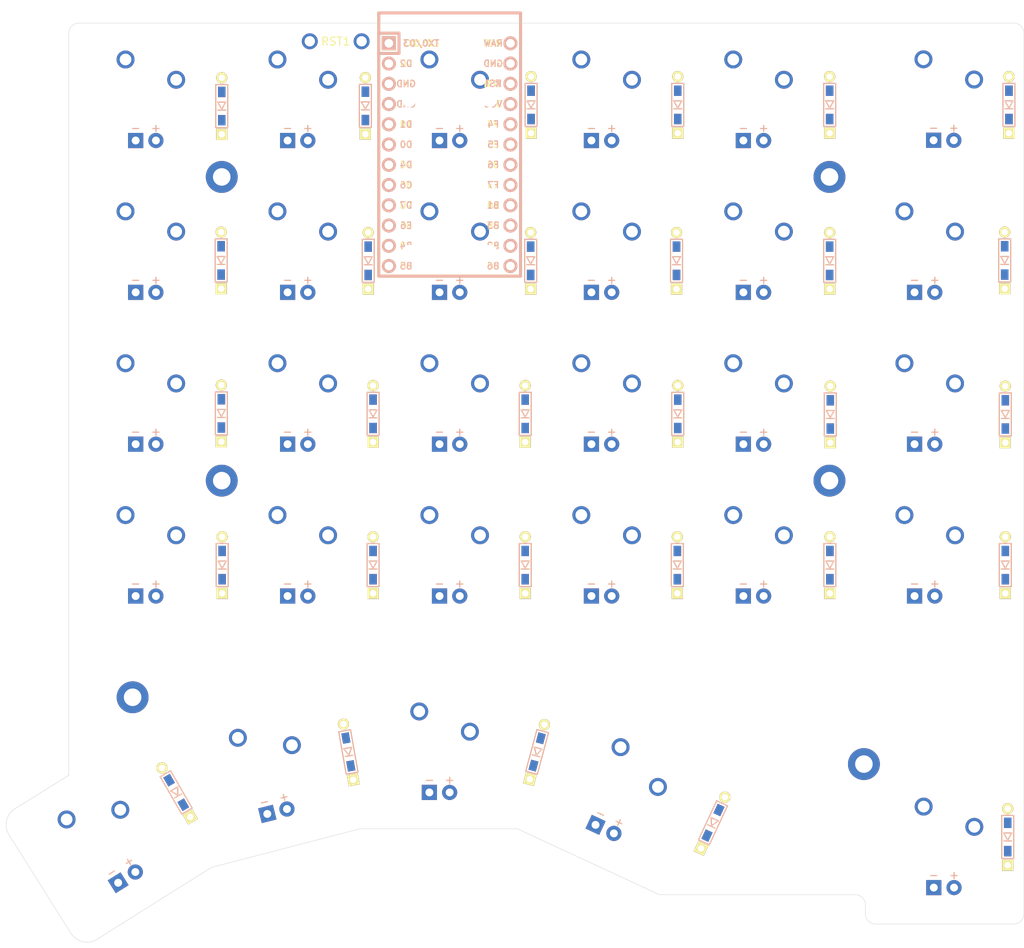
<source format=kicad_pcb>
(kicad_pcb (version 20171130) (host pcbnew 5.1.10-88a1d61d58~90~ubuntu20.04.1)
  (layers (0 F.Cu signal) (31 B.Cu signal) (34 B.Paste user) (35 F.Paste user) (36 B.SilkS user) (37 F.SilkS user) (38 B.Mask user) (39 F.Mask user) (44 Edge.Cuts user))
  (net 0 "")
  (net 1 "Net-(U1-Pad24)")
  (net 2 "Net-(U1-Pad20)")
  (net 3 "Net-(U1-Pad13)")
  (net 4 "Net-(U1-Pad1)")
  (net 5 row0)
  (net 6 "Net-(D1-Pad2)")
  (net 7 row1)
  (net 8 "Net-(D2-Pad2)")
  (net 9 row2)
  (net 10 "Net-(D3-Pad2)")
  (net 11 row3)
  (net 12 "Net-(D4-Pad2)")
  (net 13 row4)
  (net 14 "Net-(D5-Pad2)")
  (net 15 "Net-(D6-Pad2)")
  (net 16 "Net-(D7-Pad2)")
  (net 17 "Net-(D8-Pad2)")
  (net 18 "Net-(D9-Pad2)")
  (net 19 "Net-(D10-Pad2)")
  (net 20 "Net-(D11-Pad2)")
  (net 21 "Net-(D12-Pad2)")
  (net 22 "Net-(D13-Pad2)")
  (net 23 "Net-(D14-Pad2)")
  (net 24 "Net-(D15-Pad2)")
  (net 25 "Net-(D16-Pad2)")
  (net 26 "Net-(D17-Pad2)")
  (net 27 "Net-(D18-Pad2)")
  (net 28 "Net-(D19-Pad2)")
  (net 29 "Net-(D20-Pad2)")
  (net 30 "Net-(D21-Pad2)")
  (net 31 "Net-(D22-Pad2)")
  (net 32 "Net-(D23-Pad2)")
  (net 33 "Net-(D24-Pad2)")
  (net 34 "Net-(D25-Pad2)")
  (net 35 "Net-(D26-Pad2)")
  (net 36 "Net-(D27-Pad2)")
  (net 37 "Net-(D28-Pad2)")
  (net 38 "Net-(D29-Pad2)")
  (net 39 col0)
  (net 40 col1)
  (net 41 col2)
  (net 42 col3)
  (net 43 col4)
  (net 44 col5)
  (net 45 RST)
  (net 46 GND)
  (net 47 VCC)
  (net 48 "Net-(U1-Pad7)")
  (net 49 "Net-(U1-Pad8)")
  (net 50 "Net-(U1-Pad5)")
  (net 51 "Net-(U1-Pad2)")
  (module used_footprints:M2_HOLE_PCB (layer B.Cu) (at 108.839 107.696 180)
    (fp_text reference H6 hide)
    (fp_text value MountingHole)
    (pad "" thru_hole circle (at 0 0 180) (size 4 4) (drill 2.2) (layers *.Cu *.Mask))
  )
  (module Keebio-Parts:ArduinoProMicro (layer F.Cu) (at 148.59 39.624 270)
    (fp_text reference U1 hide)
    (fp_text value ProMicro hide)
    (fp_text user ST (at -8.91 -5.04) (layer B.SilkS) (effects (font (size 0.8 0.8)) (justify mirror)))
    (fp_text user TX0/D3 (at -13.97 3.571872) (layer F.SilkS) (effects (font (size 0.8 0.8))))
    (fp_text user TX0/D3 (at -13.97 3.571872) (layer B.SilkS) (effects (font (size 0.8 0.8)) (justify mirror)))
    (fp_text user D2 (at -11.43 5.461) (layer F.SilkS) (effects (font (size 0.8 0.8))))
    (fp_text user D0 (at -1.27 5.461) (layer F.SilkS) (effects (font (size 0.8 0.8))))
    (fp_text user D1 (at -3.81 5.461) (layer F.SilkS) (effects (font (size 0.8 0.8))))
    (fp_text user GND (at -6.35 5.461) (layer F.SilkS) (effects (font (size 0.8 0.8))))
    (fp_text user GND (at -8.89 5.461) (layer F.SilkS) (effects (font (size 0.8 0.8))))
    (fp_text user D4 (at 1.27 5.461) (layer F.SilkS) (effects (font (size 0.8 0.8))))
    (fp_text user C6 (at 3.81 5.461) (layer F.SilkS) (effects (font (size 0.8 0.8))))
    (fp_text user D7 (at 6.35 5.461) (layer F.SilkS) (effects (font (size 0.8 0.8))))
    (fp_text user E6 (at 8.89 5.461) (layer F.SilkS) (effects (font (size 0.8 0.8))))
    (fp_text user B4 (at 11.43 5.461) (layer F.SilkS) (effects (font (size 0.8 0.8))))
    (fp_text user B5 (at 13.97 5.461) (layer F.SilkS) (effects (font (size 0.8 0.8))))
    (fp_text user B6 (at 13.97 -5.461) (layer F.SilkS) (effects (font (size 0.8 0.8))))
    (fp_text user B2 (at 11.43 -5.461) (layer B.SilkS) (effects (font (size 0.8 0.8)) (justify mirror)))
    (fp_text user B3 (at 8.89 -5.461) (layer F.SilkS) (effects (font (size 0.8 0.8))))
    (fp_text user B1 (at 6.35 -5.461) (layer F.SilkS) (effects (font (size 0.8 0.8))))
    (fp_text user F7 (at 3.81 -5.461) (layer B.SilkS) (effects (font (size 0.8 0.8)) (justify mirror)))
    (fp_text user F6 (at 1.27 -5.461) (layer B.SilkS) (effects (font (size 0.8 0.8)) (justify mirror)))
    (fp_text user F5 (at -1.27 -5.461) (layer B.SilkS) (effects (font (size 0.8 0.8)) (justify mirror)))
    (fp_text user F4 (at -3.81 -5.461) (layer F.SilkS) (effects (font (size 0.8 0.8))))
    (fp_text user VCC (at -6.35 -5.461) (layer F.SilkS) (effects (font (size 0.8 0.8))))
    (fp_text user ST (at -8.92 -5.73312) (layer F.SilkS) (effects (font (size 0.8 0.8))))
    (fp_text user GND (at -11.43 -5.461) (layer F.SilkS) (effects (font (size 0.8 0.8))))
    (fp_text user RAW (at -13.97 -5.461) (layer F.SilkS) (effects (font (size 0.8 0.8))))
    (fp_text user RAW (at -13.97 -5.461) (layer B.SilkS) (effects (font (size 0.8 0.8)) (justify mirror)))
    (fp_text user GND (at -11.43 -5.461) (layer B.SilkS) (effects (font (size 0.8 0.8)) (justify mirror)))
    (fp_text user VCC (at -6.35 -5.461) (layer B.SilkS) (effects (font (size 0.8 0.8)) (justify mirror)))
    (fp_text user F4 (at -3.81 -5.461) (layer B.SilkS) (effects (font (size 0.8 0.8)) (justify mirror)))
    (fp_text user F5 (at -1.27 -5.461) (layer F.SilkS) (effects (font (size 0.8 0.8))))
    (fp_text user F6 (at 1.27 -5.461) (layer F.SilkS) (effects (font (size 0.8 0.8))))
    (fp_text user F7 (at 3.81 -5.461) (layer F.SilkS) (effects (font (size 0.8 0.8))))
    (fp_text user B1 (at 6.35 -5.461) (layer B.SilkS) (effects (font (size 0.8 0.8)) (justify mirror)))
    (fp_text user B3 (at 8.89 -5.461) (layer B.SilkS) (effects (font (size 0.8 0.8)) (justify mirror)))
    (fp_text user B2 (at 11.43 -5.461) (layer F.SilkS) (effects (font (size 0.8 0.8))))
    (fp_text user B6 (at 13.97 -5.461) (layer B.SilkS) (effects (font (size 0.8 0.8)) (justify mirror)))
    (fp_text user B5 (at 13.97 5.461) (layer B.SilkS) (effects (font (size 0.8 0.8)) (justify mirror)))
    (fp_text user B4 (at 11.43 5.461) (layer B.SilkS) (effects (font (size 0.8 0.8)) (justify mirror)))
    (fp_text user E6 (at 8.89 5.461) (layer B.SilkS) (effects (font (size 0.8 0.8)) (justify mirror)))
    (fp_text user D7 (at 6.35 5.461) (layer B.SilkS) (effects (font (size 0.8 0.8)) (justify mirror)))
    (fp_text user C6 (at 3.81 5.461) (layer B.SilkS) (effects (font (size 0.8 0.8)) (justify mirror)))
    (fp_text user D4 (at 1.27 5.461) (layer B.SilkS) (effects (font (size 0.8 0.8)) (justify mirror)))
    (fp_text user GND (at -8.89 5.461) (layer B.SilkS) (effects (font (size 0.8 0.8)) (justify mirror)))
    (fp_text user GND (at -6.35 5.461) (layer B.SilkS) (effects (font (size 0.8 0.8)) (justify mirror)))
    (fp_text user D1 (at -3.81 5.461) (layer B.SilkS) (effects (font (size 0.8 0.8)) (justify mirror)))
    (fp_text user D0 (at -1.27 5.461) (layer B.SilkS) (effects (font (size 0.8 0.8)) (justify mirror)))
    (fp_text user D2 (at -11.43 5.461) (layer B.SilkS) (effects (font (size 0.8 0.8)) (justify mirror)))
    (pad 24 thru_hole circle (at -13.97 -7.62 270) (size 1.7526 1.7526) (drill 1.0922) (layers *.Cu *.SilkS *.Mask) (net 1 "Net-(U1-Pad24)"))
    (pad 12 thru_hole circle (at 13.97 7.62 270) (size 1.7526 1.7526) (drill 1.0922) (layers *.Cu *.SilkS *.Mask) (net 13 row4))
    (pad 23 thru_hole circle (at -11.43 -7.62 270) (size 1.7526 1.7526) (drill 1.0922) (layers *.Cu *.SilkS *.Mask) (net 46 GND))
    (pad 22 thru_hole circle (at -8.89 -7.62 270) (size 1.7526 1.7526) (drill 1.0922) (layers *.Cu *.SilkS *.Mask) (net 45 RST))
    (pad 21 thru_hole circle (at -6.35 -7.62 270) (size 1.7526 1.7526) (drill 1.0922) (layers *.Cu *.SilkS *.Mask) (net 47 VCC))
    (pad 20 thru_hole circle (at -3.81 -7.62 270) (size 1.7526 1.7526) (drill 1.0922) (layers *.Cu *.SilkS *.Mask) (net 2 "Net-(U1-Pad20)"))
    (pad 19 thru_hole circle (at -1.27 -7.62 270) (size 1.7526 1.7526) (drill 1.0922) (layers *.Cu *.SilkS *.Mask) (net 39 col0))
    (pad 18 thru_hole circle (at 1.27 -7.62 270) (size 1.7526 1.7526) (drill 1.0922) (layers *.Cu *.SilkS *.Mask) (net 40 col1))
    (pad 17 thru_hole circle (at 3.81 -7.62 270) (size 1.7526 1.7526) (drill 1.0922) (layers *.Cu *.SilkS *.Mask) (net 41 col2))
    (pad 16 thru_hole circle (at 6.35 -7.62 270) (size 1.7526 1.7526) (drill 1.0922) (layers *.Cu *.SilkS *.Mask) (net 42 col3))
    (pad 15 thru_hole circle (at 8.89 -7.62 270) (size 1.7526 1.7526) (drill 1.0922) (layers *.Cu *.SilkS *.Mask) (net 43 col4))
    (pad 14 thru_hole circle (at 11.43 -7.62 270) (size 1.7526 1.7526) (drill 1.0922) (layers *.Cu *.SilkS *.Mask) (net 44 col5))
    (pad 13 thru_hole circle (at 13.97 -7.62 270) (size 1.7526 1.7526) (drill 1.0922) (layers *.Cu *.SilkS *.Mask) (net 3 "Net-(U1-Pad13)"))
    (pad 11 thru_hole circle (at 11.43 7.62 270) (size 1.7526 1.7526) (drill 1.0922) (layers *.Cu *.SilkS *.Mask) (net 11 row3))
    (pad 10 thru_hole circle (at 8.89 7.62 270) (size 1.7526 1.7526) (drill 1.0922) (layers *.Cu *.SilkS *.Mask) (net 9 row2))
    (pad 9 thru_hole circle (at 6.35 7.62 270) (size 1.7526 1.7526) (drill 1.0922) (layers *.Cu *.SilkS *.Mask) (net 7 row1))
    (pad 8 thru_hole circle (at 3.81 7.62 270) (size 1.7526 1.7526) (drill 1.0922) (layers *.Cu *.SilkS *.Mask) (net 49 "Net-(U1-Pad8)"))
    (pad 7 thru_hole circle (at 1.27 7.62 270) (size 1.7526 1.7526) (drill 1.0922) (layers *.Cu *.SilkS *.Mask) (net 48 "Net-(U1-Pad7)"))
    (pad 6 thru_hole circle (at -1.27 7.62 270) (size 1.7526 1.7526) (drill 1.0922) (layers *.Cu *.SilkS *.Mask) (net 5 row0))
    (pad 5 thru_hole circle (at -3.81 7.62 270) (size 1.7526 1.7526) (drill 1.0922) (layers *.Cu *.SilkS *.Mask) (net 50 "Net-(U1-Pad5)"))
    (pad 4 thru_hole circle (at -6.35 7.62 270) (size 1.7526 1.7526) (drill 1.0922) (layers *.Cu *.SilkS *.Mask) (net 46 GND))
    (pad 3 thru_hole circle (at -8.89 7.62 270) (size 1.7526 1.7526) (drill 1.0922) (layers *.Cu *.SilkS *.Mask) (net 46 GND))
    (pad 2 thru_hole circle (at -11.43 7.62 270) (size 1.7526 1.7526) (drill 1.0922) (layers *.Cu *.SilkS *.Mask) (net 51 "Net-(U1-Pad2)"))
    (pad 1 thru_hole rect (at -13.97 7.62 270) (size 1.7526 1.7526) (drill 1.0922) (layers *.Cu *.SilkS *.Mask) (net 4 "Net-(U1-Pad1)"))
  )
  (module Hybrid-Switches:MX-1u (layer B.Cu) (at 210.5406 32.7406 180)
    (fp_text reference SW1)
    (fp_text value SW_Push)
    (fp_text user - (at 1.27 -3.5) (layer F.SilkS))
    (fp_text user + (at -1.27 -3.5) (layer F.SilkS))
    (fp_text user - (at 1.27 -3.5) (layer B.SilkS) (effects (justify mirror)))
    (fp_text user + (at -1.27 -3.5) (layer B.SilkS) (effects (justify mirror)))
    (pad "" np_thru_hole circle (at 5.08 0 180) (size 1.75 1.75) (drill 1.75) (layers *.Cu *.Mask))
    (pad "" np_thru_hole circle (at -5.08 0 180) (size 1.75 1.75) (drill 1.75) (layers *.Cu *.Mask))
    (pad "" np_thru_hole circle (at 0 0 180) (size 3.9878 3.9878) (drill 3.9878) (layers *.Cu *.Mask))
    (pad 4 thru_hole rect (at 1.27 -5.08 180) (size 1.905 1.905) (drill 0.9906) (layers *.Cu *.Mask))
    (pad 3 thru_hole circle (at -1.27 -5.08 180) (size 1.905 1.905) (drill 0.9906) (layers *.Cu *.Mask))
    (pad 2 thru_hole circle (at 2.54 5.08 180) (size 2.25 2.25) (drill 1.47) (layers *.Cu *.Mask) (net 39 col0))
    (pad 1 thru_hole circle (at -3.81 2.54 180) (size 2.25 2.25) (drill 1.47) (layers *.Cu *.Mask) (net 6 "Net-(D1-Pad2)"))
  )
  (module used_footprints:Switch_Reset_THT (layer F.Cu) (at 134.3025 25.4)
    (fp_text reference RST1 (at 0 0.01 180) (layer F.SilkS))
    (fp_text value SW_Push)
    (pad 1 thru_hole circle (at 3.25 0) (size 2 2) (drill 1.3) (layers *.Cu *.Mask) (net 45 RST))
    (pad 2 thru_hole circle (at -3.25 0) (size 2 2) (drill 1.3) (layers *.Cu *.Mask) (net 46 GND))
  )
  (module Hybrid-Switches:MX-1u (layer B.Cu) (at 105.41 125.984 212)
    (fp_text reference SW29)
    (fp_text value SW_Push)
    (fp_text user - (at 1.27 -3.5 212) (layer F.SilkS))
    (fp_text user + (at -1.27 -3.5 212) (layer F.SilkS))
    (fp_text user - (at 1.27 -3.5 212) (layer B.SilkS) (effects (justify mirror)))
    (fp_text user + (at -1.27 -3.5 212) (layer B.SilkS) (effects (justify mirror)))
    (pad "" np_thru_hole circle (at 5.08 0 212) (size 1.75 1.75) (drill 1.75) (layers *.Cu *.Mask))
    (pad "" np_thru_hole circle (at -5.08 0 212) (size 1.75 1.75) (drill 1.75) (layers *.Cu *.Mask))
    (pad "" np_thru_hole circle (at 0 0 212) (size 3.9878 3.9878) (drill 3.9878) (layers *.Cu *.Mask))
    (pad 4 thru_hole rect (at 1.27 -5.08 212) (size 1.905 1.905) (drill 0.9906) (layers *.Cu *.Mask))
    (pad 3 thru_hole circle (at -1.27 -5.08 212) (size 1.905 1.905) (drill 0.9906) (layers *.Cu *.Mask))
    (pad 2 thru_hole circle (at 2.54 5.08 212) (size 2.25 2.25) (drill 1.47) (layers *.Cu *.Mask) (net 44 col5))
    (pad 1 thru_hole circle (at -3.81 2.54 212) (size 2.25 2.25) (drill 1.47) (layers *.Cu *.Mask) (net 38 "Net-(D29-Pad2)"))
  )
  (module Hybrid-Switches:MX-1u (layer B.Cu) (at 110.49 89.916 180)
    (fp_text reference SW28)
    (fp_text value SW_Push)
    (fp_text user - (at 1.27 -3.5) (layer F.SilkS))
    (fp_text user + (at -1.27 -3.5) (layer F.SilkS))
    (fp_text user - (at 1.27 -3.5) (layer B.SilkS) (effects (justify mirror)))
    (fp_text user + (at -1.27 -3.5) (layer B.SilkS) (effects (justify mirror)))
    (pad "" np_thru_hole circle (at 5.08 0 180) (size 1.75 1.75) (drill 1.75) (layers *.Cu *.Mask))
    (pad "" np_thru_hole circle (at -5.08 0 180) (size 1.75 1.75) (drill 1.75) (layers *.Cu *.Mask))
    (pad "" np_thru_hole circle (at 0 0 180) (size 3.9878 3.9878) (drill 3.9878) (layers *.Cu *.Mask))
    (pad 4 thru_hole rect (at 1.27 -5.08 180) (size 1.905 1.905) (drill 0.9906) (layers *.Cu *.Mask))
    (pad 3 thru_hole circle (at -1.27 -5.08 180) (size 1.905 1.905) (drill 0.9906) (layers *.Cu *.Mask))
    (pad 2 thru_hole circle (at 2.54 5.08 180) (size 2.25 2.25) (drill 1.47) (layers *.Cu *.Mask) (net 44 col5))
    (pad 1 thru_hole circle (at -3.81 2.54 180) (size 2.25 2.25) (drill 1.47) (layers *.Cu *.Mask) (net 37 "Net-(D28-Pad2)"))
  )
  (module Hybrid-Switches:MX-1u (layer B.Cu) (at 110.49 70.866 180)
    (fp_text reference SW27)
    (fp_text value SW_Push)
    (fp_text user - (at 1.27 -3.5) (layer F.SilkS))
    (fp_text user + (at -1.27 -3.5) (layer F.SilkS))
    (fp_text user - (at 1.27 -3.5) (layer B.SilkS) (effects (justify mirror)))
    (fp_text user + (at -1.27 -3.5) (layer B.SilkS) (effects (justify mirror)))
    (pad "" np_thru_hole circle (at 5.08 0 180) (size 1.75 1.75) (drill 1.75) (layers *.Cu *.Mask))
    (pad "" np_thru_hole circle (at -5.08 0 180) (size 1.75 1.75) (drill 1.75) (layers *.Cu *.Mask))
    (pad "" np_thru_hole circle (at 0 0 180) (size 3.9878 3.9878) (drill 3.9878) (layers *.Cu *.Mask))
    (pad 4 thru_hole rect (at 1.27 -5.08 180) (size 1.905 1.905) (drill 0.9906) (layers *.Cu *.Mask))
    (pad 3 thru_hole circle (at -1.27 -5.08 180) (size 1.905 1.905) (drill 0.9906) (layers *.Cu *.Mask))
    (pad 2 thru_hole circle (at 2.54 5.08 180) (size 2.25 2.25) (drill 1.47) (layers *.Cu *.Mask) (net 44 col5))
    (pad 1 thru_hole circle (at -3.81 2.54 180) (size 2.25 2.25) (drill 1.47) (layers *.Cu *.Mask) (net 36 "Net-(D27-Pad2)"))
  )
  (module Hybrid-Switches:MX-1u (layer B.Cu) (at 110.49 51.816 180)
    (fp_text reference SW26)
    (fp_text value SW_Push)
    (fp_text user - (at 1.27 -3.5) (layer F.SilkS))
    (fp_text user + (at -1.27 -3.5) (layer F.SilkS))
    (fp_text user - (at 1.27 -3.5) (layer B.SilkS) (effects (justify mirror)))
    (fp_text user + (at -1.27 -3.5) (layer B.SilkS) (effects (justify mirror)))
    (pad "" np_thru_hole circle (at 5.08 0 180) (size 1.75 1.75) (drill 1.75) (layers *.Cu *.Mask))
    (pad "" np_thru_hole circle (at -5.08 0 180) (size 1.75 1.75) (drill 1.75) (layers *.Cu *.Mask))
    (pad "" np_thru_hole circle (at 0 0 180) (size 3.9878 3.9878) (drill 3.9878) (layers *.Cu *.Mask))
    (pad 4 thru_hole rect (at 1.27 -5.08 180) (size 1.905 1.905) (drill 0.9906) (layers *.Cu *.Mask))
    (pad 3 thru_hole circle (at -1.27 -5.08 180) (size 1.905 1.905) (drill 0.9906) (layers *.Cu *.Mask))
    (pad 2 thru_hole circle (at 2.54 5.08 180) (size 2.25 2.25) (drill 1.47) (layers *.Cu *.Mask) (net 44 col5))
    (pad 1 thru_hole circle (at -3.81 2.54 180) (size 2.25 2.25) (drill 1.47) (layers *.Cu *.Mask) (net 35 "Net-(D26-Pad2)"))
  )
  (module Hybrid-Switches:MX-1u (layer B.Cu) (at 110.49 32.766 180)
    (fp_text reference SW25)
    (fp_text value SW_Push)
    (fp_text user - (at 1.27 -3.5) (layer F.SilkS))
    (fp_text user + (at -1.27 -3.5) (layer F.SilkS))
    (fp_text user - (at 1.27 -3.5) (layer B.SilkS) (effects (justify mirror)))
    (fp_text user + (at -1.27 -3.5) (layer B.SilkS) (effects (justify mirror)))
    (pad "" np_thru_hole circle (at 5.08 0 180) (size 1.75 1.75) (drill 1.75) (layers *.Cu *.Mask))
    (pad "" np_thru_hole circle (at -5.08 0 180) (size 1.75 1.75) (drill 1.75) (layers *.Cu *.Mask))
    (pad "" np_thru_hole circle (at 0 0 180) (size 3.9878 3.9878) (drill 3.9878) (layers *.Cu *.Mask))
    (pad 4 thru_hole rect (at 1.27 -5.08 180) (size 1.905 1.905) (drill 0.9906) (layers *.Cu *.Mask))
    (pad 3 thru_hole circle (at -1.27 -5.08 180) (size 1.905 1.905) (drill 0.9906) (layers *.Cu *.Mask))
    (pad 2 thru_hole circle (at 2.54 5.08 180) (size 2.25 2.25) (drill 1.47) (layers *.Cu *.Mask) (net 44 col5))
    (pad 1 thru_hole circle (at -3.81 2.54 180) (size 2.25 2.25) (drill 1.47) (layers *.Cu *.Mask) (net 34 "Net-(D25-Pad2)"))
  )
  (module Hybrid-Switches:MX-1u (layer B.Cu) (at 125.73 117.094 194)
    (fp_text reference SW24)
    (fp_text value SW_Push)
    (fp_text user - (at 1.27 -3.5 194) (layer F.SilkS))
    (fp_text user + (at -1.27 -3.5 194) (layer F.SilkS))
    (fp_text user - (at 1.27 -3.5 194) (layer B.SilkS) (effects (justify mirror)))
    (fp_text user + (at -1.27 -3.5 194) (layer B.SilkS) (effects (justify mirror)))
    (pad "" np_thru_hole circle (at 5.08 0 194) (size 1.75 1.75) (drill 1.75) (layers *.Cu *.Mask))
    (pad "" np_thru_hole circle (at -5.08 0 194) (size 1.75 1.75) (drill 1.75) (layers *.Cu *.Mask))
    (pad "" np_thru_hole circle (at 0 0 194) (size 3.9878 3.9878) (drill 3.9878) (layers *.Cu *.Mask))
    (pad 4 thru_hole rect (at 1.27 -5.08 194) (size 1.905 1.905) (drill 0.9906) (layers *.Cu *.Mask))
    (pad 3 thru_hole circle (at -1.27 -5.08 194) (size 1.905 1.905) (drill 0.9906) (layers *.Cu *.Mask))
    (pad 2 thru_hole circle (at 2.54 5.08 194) (size 2.25 2.25) (drill 1.47) (layers *.Cu *.Mask) (net 43 col4))
    (pad 1 thru_hole circle (at -3.81 2.54 194) (size 2.25 2.25) (drill 1.47) (layers *.Cu *.Mask) (net 33 "Net-(D24-Pad2)"))
  )
  (module Hybrid-Switches:MX-1u (layer B.Cu) (at 129.54 89.916 180)
    (fp_text reference SW23)
    (fp_text value SW_Push)
    (fp_text user - (at 1.27 -3.5) (layer F.SilkS))
    (fp_text user + (at -1.27 -3.5) (layer F.SilkS))
    (fp_text user - (at 1.27 -3.5) (layer B.SilkS) (effects (justify mirror)))
    (fp_text user + (at -1.27 -3.5) (layer B.SilkS) (effects (justify mirror)))
    (pad "" np_thru_hole circle (at 5.08 0 180) (size 1.75 1.75) (drill 1.75) (layers *.Cu *.Mask))
    (pad "" np_thru_hole circle (at -5.08 0 180) (size 1.75 1.75) (drill 1.75) (layers *.Cu *.Mask))
    (pad "" np_thru_hole circle (at 0 0 180) (size 3.9878 3.9878) (drill 3.9878) (layers *.Cu *.Mask))
    (pad 4 thru_hole rect (at 1.27 -5.08 180) (size 1.905 1.905) (drill 0.9906) (layers *.Cu *.Mask))
    (pad 3 thru_hole circle (at -1.27 -5.08 180) (size 1.905 1.905) (drill 0.9906) (layers *.Cu *.Mask))
    (pad 2 thru_hole circle (at 2.54 5.08 180) (size 2.25 2.25) (drill 1.47) (layers *.Cu *.Mask) (net 43 col4))
    (pad 1 thru_hole circle (at -3.81 2.54 180) (size 2.25 2.25) (drill 1.47) (layers *.Cu *.Mask) (net 32 "Net-(D23-Pad2)"))
  )
  (module Hybrid-Switches:MX-1u (layer B.Cu) (at 129.54 70.866 180)
    (fp_text reference SW22)
    (fp_text value SW_Push)
    (fp_text user - (at 1.27 -3.5) (layer F.SilkS))
    (fp_text user + (at -1.27 -3.5) (layer F.SilkS))
    (fp_text user - (at 1.27 -3.5) (layer B.SilkS) (effects (justify mirror)))
    (fp_text user + (at -1.27 -3.5) (layer B.SilkS) (effects (justify mirror)))
    (pad "" np_thru_hole circle (at 5.08 0 180) (size 1.75 1.75) (drill 1.75) (layers *.Cu *.Mask))
    (pad "" np_thru_hole circle (at -5.08 0 180) (size 1.75 1.75) (drill 1.75) (layers *.Cu *.Mask))
    (pad "" np_thru_hole circle (at 0 0 180) (size 3.9878 3.9878) (drill 3.9878) (layers *.Cu *.Mask))
    (pad 4 thru_hole rect (at 1.27 -5.08 180) (size 1.905 1.905) (drill 0.9906) (layers *.Cu *.Mask))
    (pad 3 thru_hole circle (at -1.27 -5.08 180) (size 1.905 1.905) (drill 0.9906) (layers *.Cu *.Mask))
    (pad 2 thru_hole circle (at 2.54 5.08 180) (size 2.25 2.25) (drill 1.47) (layers *.Cu *.Mask) (net 43 col4))
    (pad 1 thru_hole circle (at -3.81 2.54 180) (size 2.25 2.25) (drill 1.47) (layers *.Cu *.Mask) (net 31 "Net-(D22-Pad2)"))
  )
  (module Hybrid-Switches:MX-1u (layer B.Cu) (at 129.54 51.816 180)
    (fp_text reference SW21)
    (fp_text value SW_Push)
    (fp_text user - (at 1.27 -3.5) (layer F.SilkS))
    (fp_text user + (at -1.27 -3.5) (layer F.SilkS))
    (fp_text user - (at 1.27 -3.5) (layer B.SilkS) (effects (justify mirror)))
    (fp_text user + (at -1.27 -3.5) (layer B.SilkS) (effects (justify mirror)))
    (pad "" np_thru_hole circle (at 5.08 0 180) (size 1.75 1.75) (drill 1.75) (layers *.Cu *.Mask))
    (pad "" np_thru_hole circle (at -5.08 0 180) (size 1.75 1.75) (drill 1.75) (layers *.Cu *.Mask))
    (pad "" np_thru_hole circle (at 0 0 180) (size 3.9878 3.9878) (drill 3.9878) (layers *.Cu *.Mask))
    (pad 4 thru_hole rect (at 1.27 -5.08 180) (size 1.905 1.905) (drill 0.9906) (layers *.Cu *.Mask))
    (pad 3 thru_hole circle (at -1.27 -5.08 180) (size 1.905 1.905) (drill 0.9906) (layers *.Cu *.Mask))
    (pad 2 thru_hole circle (at 2.54 5.08 180) (size 2.25 2.25) (drill 1.47) (layers *.Cu *.Mask) (net 43 col4))
    (pad 1 thru_hole circle (at -3.81 2.54 180) (size 2.25 2.25) (drill 1.47) (layers *.Cu *.Mask) (net 30 "Net-(D21-Pad2)"))
  )
  (module Hybrid-Switches:MX-1u (layer B.Cu) (at 129.54 32.766 180)
    (fp_text reference SW20)
    (fp_text value SW_Push)
    (fp_text user - (at 1.27 -3.5) (layer F.SilkS))
    (fp_text user + (at -1.27 -3.5) (layer F.SilkS))
    (fp_text user - (at 1.27 -3.5) (layer B.SilkS) (effects (justify mirror)))
    (fp_text user + (at -1.27 -3.5) (layer B.SilkS) (effects (justify mirror)))
    (pad "" np_thru_hole circle (at 5.08 0 180) (size 1.75 1.75) (drill 1.75) (layers *.Cu *.Mask))
    (pad "" np_thru_hole circle (at -5.08 0 180) (size 1.75 1.75) (drill 1.75) (layers *.Cu *.Mask))
    (pad "" np_thru_hole circle (at 0 0 180) (size 3.9878 3.9878) (drill 3.9878) (layers *.Cu *.Mask))
    (pad 4 thru_hole rect (at 1.27 -5.08 180) (size 1.905 1.905) (drill 0.9906) (layers *.Cu *.Mask))
    (pad 3 thru_hole circle (at -1.27 -5.08 180) (size 1.905 1.905) (drill 0.9906) (layers *.Cu *.Mask))
    (pad 2 thru_hole circle (at 2.54 5.08 180) (size 2.25 2.25) (drill 1.47) (layers *.Cu *.Mask) (net 43 col4))
    (pad 1 thru_hole circle (at -3.81 2.54 180) (size 2.25 2.25) (drill 1.47) (layers *.Cu *.Mask) (net 29 "Net-(D20-Pad2)"))
  )
  (module Hybrid-Switches:MX-1u (layer B.Cu) (at 147.32 114.554 180)
    (fp_text reference SW19)
    (fp_text value SW_Push)
    (fp_text user - (at 1.27 -3.5) (layer F.SilkS))
    (fp_text user + (at -1.27 -3.5) (layer F.SilkS))
    (fp_text user - (at 1.27 -3.5) (layer B.SilkS) (effects (justify mirror)))
    (fp_text user + (at -1.27 -3.5) (layer B.SilkS) (effects (justify mirror)))
    (pad "" np_thru_hole circle (at 5.08 0 180) (size 1.75 1.75) (drill 1.75) (layers *.Cu *.Mask))
    (pad "" np_thru_hole circle (at -5.08 0 180) (size 1.75 1.75) (drill 1.75) (layers *.Cu *.Mask))
    (pad "" np_thru_hole circle (at 0 0 180) (size 3.9878 3.9878) (drill 3.9878) (layers *.Cu *.Mask))
    (pad 4 thru_hole rect (at 1.27 -5.08 180) (size 1.905 1.905) (drill 0.9906) (layers *.Cu *.Mask))
    (pad 3 thru_hole circle (at -1.27 -5.08 180) (size 1.905 1.905) (drill 0.9906) (layers *.Cu *.Mask))
    (pad 2 thru_hole circle (at 2.54 5.08 180) (size 2.25 2.25) (drill 1.47) (layers *.Cu *.Mask) (net 42 col3))
    (pad 1 thru_hole circle (at -3.81 2.54 180) (size 2.25 2.25) (drill 1.47) (layers *.Cu *.Mask) (net 28 "Net-(D19-Pad2)"))
  )
  (module Hybrid-Switches:MX-1u (layer B.Cu) (at 148.59 89.916 180)
    (fp_text reference SW18)
    (fp_text value SW_Push)
    (fp_text user - (at 1.27 -3.5) (layer F.SilkS))
    (fp_text user + (at -1.27 -3.5) (layer F.SilkS))
    (fp_text user - (at 1.27 -3.5) (layer B.SilkS) (effects (justify mirror)))
    (fp_text user + (at -1.27 -3.5) (layer B.SilkS) (effects (justify mirror)))
    (pad "" np_thru_hole circle (at 5.08 0 180) (size 1.75 1.75) (drill 1.75) (layers *.Cu *.Mask))
    (pad "" np_thru_hole circle (at -5.08 0 180) (size 1.75 1.75) (drill 1.75) (layers *.Cu *.Mask))
    (pad "" np_thru_hole circle (at 0 0 180) (size 3.9878 3.9878) (drill 3.9878) (layers *.Cu *.Mask))
    (pad 4 thru_hole rect (at 1.27 -5.08 180) (size 1.905 1.905) (drill 0.9906) (layers *.Cu *.Mask))
    (pad 3 thru_hole circle (at -1.27 -5.08 180) (size 1.905 1.905) (drill 0.9906) (layers *.Cu *.Mask))
    (pad 2 thru_hole circle (at 2.54 5.08 180) (size 2.25 2.25) (drill 1.47) (layers *.Cu *.Mask) (net 42 col3))
    (pad 1 thru_hole circle (at -3.81 2.54 180) (size 2.25 2.25) (drill 1.47) (layers *.Cu *.Mask) (net 27 "Net-(D18-Pad2)"))
  )
  (module Hybrid-Switches:MX-1u (layer B.Cu) (at 148.59 70.866 180)
    (fp_text reference SW17)
    (fp_text value SW_Push)
    (fp_text user - (at 1.27 -3.5) (layer F.SilkS))
    (fp_text user + (at -1.27 -3.5) (layer F.SilkS))
    (fp_text user - (at 1.27 -3.5) (layer B.SilkS) (effects (justify mirror)))
    (fp_text user + (at -1.27 -3.5) (layer B.SilkS) (effects (justify mirror)))
    (pad "" np_thru_hole circle (at 5.08 0 180) (size 1.75 1.75) (drill 1.75) (layers *.Cu *.Mask))
    (pad "" np_thru_hole circle (at -5.08 0 180) (size 1.75 1.75) (drill 1.75) (layers *.Cu *.Mask))
    (pad "" np_thru_hole circle (at 0 0 180) (size 3.9878 3.9878) (drill 3.9878) (layers *.Cu *.Mask))
    (pad 4 thru_hole rect (at 1.27 -5.08 180) (size 1.905 1.905) (drill 0.9906) (layers *.Cu *.Mask))
    (pad 3 thru_hole circle (at -1.27 -5.08 180) (size 1.905 1.905) (drill 0.9906) (layers *.Cu *.Mask))
    (pad 2 thru_hole circle (at 2.54 5.08 180) (size 2.25 2.25) (drill 1.47) (layers *.Cu *.Mask) (net 42 col3))
    (pad 1 thru_hole circle (at -3.81 2.54 180) (size 2.25 2.25) (drill 1.47) (layers *.Cu *.Mask) (net 26 "Net-(D17-Pad2)"))
  )
  (module Hybrid-Switches:MX-1u (layer B.Cu) (at 148.59 51.816 180)
    (fp_text reference SW16)
    (fp_text value SW_Push)
    (fp_text user - (at 1.27 -3.5) (layer F.SilkS))
    (fp_text user + (at -1.27 -3.5) (layer F.SilkS))
    (fp_text user - (at 1.27 -3.5) (layer B.SilkS) (effects (justify mirror)))
    (fp_text user + (at -1.27 -3.5) (layer B.SilkS) (effects (justify mirror)))
    (pad "" np_thru_hole circle (at 5.08 0 180) (size 1.75 1.75) (drill 1.75) (layers *.Cu *.Mask))
    (pad "" np_thru_hole circle (at -5.08 0 180) (size 1.75 1.75) (drill 1.75) (layers *.Cu *.Mask))
    (pad "" np_thru_hole circle (at 0 0 180) (size 3.9878 3.9878) (drill 3.9878) (layers *.Cu *.Mask))
    (pad 4 thru_hole rect (at 1.27 -5.08 180) (size 1.905 1.905) (drill 0.9906) (layers *.Cu *.Mask))
    (pad 3 thru_hole circle (at -1.27 -5.08 180) (size 1.905 1.905) (drill 0.9906) (layers *.Cu *.Mask))
    (pad 2 thru_hole circle (at 2.54 5.08 180) (size 2.25 2.25) (drill 1.47) (layers *.Cu *.Mask) (net 42 col3))
    (pad 1 thru_hole circle (at -3.81 2.54 180) (size 2.25 2.25) (drill 1.47) (layers *.Cu *.Mask) (net 25 "Net-(D16-Pad2)"))
  )
  (module Hybrid-Switches:MX-1u (layer B.Cu) (at 148.59 32.766 180)
    (fp_text reference SW15)
    (fp_text value SW_Push)
    (fp_text user - (at 1.27 -3.5) (layer F.SilkS))
    (fp_text user + (at -1.27 -3.5) (layer F.SilkS))
    (fp_text user - (at 1.27 -3.5) (layer B.SilkS) (effects (justify mirror)))
    (fp_text user + (at -1.27 -3.5) (layer B.SilkS) (effects (justify mirror)))
    (pad "" np_thru_hole circle (at 5.08 0 180) (size 1.75 1.75) (drill 1.75) (layers *.Cu *.Mask))
    (pad "" np_thru_hole circle (at -5.08 0 180) (size 1.75 1.75) (drill 1.75) (layers *.Cu *.Mask))
    (pad "" np_thru_hole circle (at 0 0 180) (size 3.9878 3.9878) (drill 3.9878) (layers *.Cu *.Mask))
    (pad 4 thru_hole rect (at 1.27 -5.08 180) (size 1.905 1.905) (drill 0.9906) (layers *.Cu *.Mask))
    (pad 3 thru_hole circle (at -1.27 -5.08 180) (size 1.905 1.905) (drill 0.9906) (layers *.Cu *.Mask))
    (pad 2 thru_hole circle (at 2.54 5.08 180) (size 2.25 2.25) (drill 1.47) (layers *.Cu *.Mask) (net 42 col3))
    (pad 1 thru_hole circle (at -3.81 2.54 180) (size 2.25 2.25) (drill 1.47) (layers *.Cu *.Mask) (net 24 "Net-(D15-Pad2)"))
  )
  (module Hybrid-Switches:MX-1u (layer B.Cu) (at 170.18 119.634 155)
    (fp_text reference SW14)
    (fp_text value SW_Push)
    (fp_text user - (at 1.27 -3.5 335) (layer F.SilkS))
    (fp_text user + (at -1.27 -3.5 335) (layer F.SilkS))
    (fp_text user - (at 1.27 -3.5 335) (layer B.SilkS) (effects (justify mirror)))
    (fp_text user + (at -1.27 -3.5 335) (layer B.SilkS) (effects (justify mirror)))
    (pad "" np_thru_hole circle (at 5.08 0 155) (size 1.75 1.75) (drill 1.75) (layers *.Cu *.Mask))
    (pad "" np_thru_hole circle (at -5.08 0 155) (size 1.75 1.75) (drill 1.75) (layers *.Cu *.Mask))
    (pad "" np_thru_hole circle (at 0 0 155) (size 3.9878 3.9878) (drill 3.9878) (layers *.Cu *.Mask))
    (pad 4 thru_hole rect (at 1.27 -5.08 155) (size 1.905 1.905) (drill 0.9906) (layers *.Cu *.Mask))
    (pad 3 thru_hole circle (at -1.27 -5.08 155) (size 1.905 1.905) (drill 0.9906) (layers *.Cu *.Mask))
    (pad 2 thru_hole circle (at 2.54 5.08 155) (size 2.25 2.25) (drill 1.47) (layers *.Cu *.Mask) (net 41 col2))
    (pad 1 thru_hole circle (at -3.81 2.54 155) (size 2.25 2.25) (drill 1.47) (layers *.Cu *.Mask) (net 23 "Net-(D14-Pad2)"))
  )
  (module Hybrid-Switches:MX-1u (layer B.Cu) (at 167.64 89.916 180)
    (fp_text reference SW13)
    (fp_text value SW_Push)
    (fp_text user - (at 1.27 -3.5) (layer F.SilkS))
    (fp_text user + (at -1.27 -3.5) (layer F.SilkS))
    (fp_text user - (at 1.27 -3.5) (layer B.SilkS) (effects (justify mirror)))
    (fp_text user + (at -1.27 -3.5) (layer B.SilkS) (effects (justify mirror)))
    (pad "" np_thru_hole circle (at 5.08 0 180) (size 1.75 1.75) (drill 1.75) (layers *.Cu *.Mask))
    (pad "" np_thru_hole circle (at -5.08 0 180) (size 1.75 1.75) (drill 1.75) (layers *.Cu *.Mask))
    (pad "" np_thru_hole circle (at 0 0 180) (size 3.9878 3.9878) (drill 3.9878) (layers *.Cu *.Mask))
    (pad 4 thru_hole rect (at 1.27 -5.08 180) (size 1.905 1.905) (drill 0.9906) (layers *.Cu *.Mask))
    (pad 3 thru_hole circle (at -1.27 -5.08 180) (size 1.905 1.905) (drill 0.9906) (layers *.Cu *.Mask))
    (pad 2 thru_hole circle (at 2.54 5.08 180) (size 2.25 2.25) (drill 1.47) (layers *.Cu *.Mask) (net 41 col2))
    (pad 1 thru_hole circle (at -3.81 2.54 180) (size 2.25 2.25) (drill 1.47) (layers *.Cu *.Mask) (net 22 "Net-(D13-Pad2)"))
  )
  (module Hybrid-Switches:MX-1u (layer B.Cu) (at 167.64 70.866 180)
    (fp_text reference SW12)
    (fp_text value SW_Push)
    (fp_text user - (at 1.27 -3.5) (layer F.SilkS))
    (fp_text user + (at -1.27 -3.5) (layer F.SilkS))
    (fp_text user - (at 1.27 -3.5) (layer B.SilkS) (effects (justify mirror)))
    (fp_text user + (at -1.27 -3.5) (layer B.SilkS) (effects (justify mirror)))
    (pad "" np_thru_hole circle (at 5.08 0 180) (size 1.75 1.75) (drill 1.75) (layers *.Cu *.Mask))
    (pad "" np_thru_hole circle (at -5.08 0 180) (size 1.75 1.75) (drill 1.75) (layers *.Cu *.Mask))
    (pad "" np_thru_hole circle (at 0 0 180) (size 3.9878 3.9878) (drill 3.9878) (layers *.Cu *.Mask))
    (pad 4 thru_hole rect (at 1.27 -5.08 180) (size 1.905 1.905) (drill 0.9906) (layers *.Cu *.Mask))
    (pad 3 thru_hole circle (at -1.27 -5.08 180) (size 1.905 1.905) (drill 0.9906) (layers *.Cu *.Mask))
    (pad 2 thru_hole circle (at 2.54 5.08 180) (size 2.25 2.25) (drill 1.47) (layers *.Cu *.Mask) (net 41 col2))
    (pad 1 thru_hole circle (at -3.81 2.54 180) (size 2.25 2.25) (drill 1.47) (layers *.Cu *.Mask) (net 21 "Net-(D12-Pad2)"))
  )
  (module Hybrid-Switches:MX-1u (layer B.Cu) (at 167.64 51.816 180)
    (fp_text reference SW11)
    (fp_text value SW_Push)
    (fp_text user - (at 1.27 -3.5) (layer F.SilkS))
    (fp_text user + (at -1.27 -3.5) (layer F.SilkS))
    (fp_text user - (at 1.27 -3.5) (layer B.SilkS) (effects (justify mirror)))
    (fp_text user + (at -1.27 -3.5) (layer B.SilkS) (effects (justify mirror)))
    (pad "" np_thru_hole circle (at 5.08 0 180) (size 1.75 1.75) (drill 1.75) (layers *.Cu *.Mask))
    (pad "" np_thru_hole circle (at -5.08 0 180) (size 1.75 1.75) (drill 1.75) (layers *.Cu *.Mask))
    (pad "" np_thru_hole circle (at 0 0 180) (size 3.9878 3.9878) (drill 3.9878) (layers *.Cu *.Mask))
    (pad 4 thru_hole rect (at 1.27 -5.08 180) (size 1.905 1.905) (drill 0.9906) (layers *.Cu *.Mask))
    (pad 3 thru_hole circle (at -1.27 -5.08 180) (size 1.905 1.905) (drill 0.9906) (layers *.Cu *.Mask))
    (pad 2 thru_hole circle (at 2.54 5.08 180) (size 2.25 2.25) (drill 1.47) (layers *.Cu *.Mask) (net 41 col2))
    (pad 1 thru_hole circle (at -3.81 2.54 180) (size 2.25 2.25) (drill 1.47) (layers *.Cu *.Mask) (net 20 "Net-(D11-Pad2)"))
  )
  (module Hybrid-Switches:MX-1u (layer B.Cu) (at 167.64 32.766 180)
    (fp_text reference SW10)
    (fp_text value SW_Push)
    (fp_text user - (at 1.27 -3.5) (layer F.SilkS))
    (fp_text user + (at -1.27 -3.5) (layer F.SilkS))
    (fp_text user - (at 1.27 -3.5) (layer B.SilkS) (effects (justify mirror)))
    (fp_text user + (at -1.27 -3.5) (layer B.SilkS) (effects (justify mirror)))
    (pad "" np_thru_hole circle (at 5.08 0 180) (size 1.75 1.75) (drill 1.75) (layers *.Cu *.Mask))
    (pad "" np_thru_hole circle (at -5.08 0 180) (size 1.75 1.75) (drill 1.75) (layers *.Cu *.Mask))
    (pad "" np_thru_hole circle (at 0 0 180) (size 3.9878 3.9878) (drill 3.9878) (layers *.Cu *.Mask))
    (pad 4 thru_hole rect (at 1.27 -5.08 180) (size 1.905 1.905) (drill 0.9906) (layers *.Cu *.Mask))
    (pad 3 thru_hole circle (at -1.27 -5.08 180) (size 1.905 1.905) (drill 0.9906) (layers *.Cu *.Mask))
    (pad 2 thru_hole circle (at 2.54 5.08 180) (size 2.25 2.25) (drill 1.47) (layers *.Cu *.Mask) (net 41 col2))
    (pad 1 thru_hole circle (at -3.81 2.54 180) (size 2.25 2.25) (drill 1.47) (layers *.Cu *.Mask) (net 19 "Net-(D10-Pad2)"))
  )
  (module Hybrid-Switches:MX-1u (layer B.Cu) (at 186.69 89.916 180)
    (fp_text reference SW9)
    (fp_text value SW_Push)
    (fp_text user - (at 1.27 -3.5) (layer F.SilkS))
    (fp_text user + (at -1.27 -3.5) (layer F.SilkS))
    (fp_text user - (at 1.27 -3.5) (layer B.SilkS) (effects (justify mirror)))
    (fp_text user + (at -1.27 -3.5) (layer B.SilkS) (effects (justify mirror)))
    (pad "" np_thru_hole circle (at 5.08 0 180) (size 1.75 1.75) (drill 1.75) (layers *.Cu *.Mask))
    (pad "" np_thru_hole circle (at -5.08 0 180) (size 1.75 1.75) (drill 1.75) (layers *.Cu *.Mask))
    (pad "" np_thru_hole circle (at 0 0 180) (size 3.9878 3.9878) (drill 3.9878) (layers *.Cu *.Mask))
    (pad 4 thru_hole rect (at 1.27 -5.08 180) (size 1.905 1.905) (drill 0.9906) (layers *.Cu *.Mask))
    (pad 3 thru_hole circle (at -1.27 -5.08 180) (size 1.905 1.905) (drill 0.9906) (layers *.Cu *.Mask))
    (pad 2 thru_hole circle (at 2.54 5.08 180) (size 2.25 2.25) (drill 1.47) (layers *.Cu *.Mask) (net 40 col1))
    (pad 1 thru_hole circle (at -3.81 2.54 180) (size 2.25 2.25) (drill 1.47) (layers *.Cu *.Mask) (net 18 "Net-(D9-Pad2)"))
  )
  (module Hybrid-Switches:MX-1u (layer B.Cu) (at 186.69 70.866 180)
    (fp_text reference SW8)
    (fp_text value SW_Push)
    (fp_text user - (at 1.27 -3.5) (layer F.SilkS))
    (fp_text user + (at -1.27 -3.5) (layer F.SilkS))
    (fp_text user - (at 1.27 -3.5) (layer B.SilkS) (effects (justify mirror)))
    (fp_text user + (at -1.27 -3.5) (layer B.SilkS) (effects (justify mirror)))
    (pad "" np_thru_hole circle (at 5.08 0 180) (size 1.75 1.75) (drill 1.75) (layers *.Cu *.Mask))
    (pad "" np_thru_hole circle (at -5.08 0 180) (size 1.75 1.75) (drill 1.75) (layers *.Cu *.Mask))
    (pad "" np_thru_hole circle (at 0 0 180) (size 3.9878 3.9878) (drill 3.9878) (layers *.Cu *.Mask))
    (pad 4 thru_hole rect (at 1.27 -5.08 180) (size 1.905 1.905) (drill 0.9906) (layers *.Cu *.Mask))
    (pad 3 thru_hole circle (at -1.27 -5.08 180) (size 1.905 1.905) (drill 0.9906) (layers *.Cu *.Mask))
    (pad 2 thru_hole circle (at 2.54 5.08 180) (size 2.25 2.25) (drill 1.47) (layers *.Cu *.Mask) (net 40 col1))
    (pad 1 thru_hole circle (at -3.81 2.54 180) (size 2.25 2.25) (drill 1.47) (layers *.Cu *.Mask) (net 17 "Net-(D8-Pad2)"))
  )
  (module Hybrid-Switches:MX-1u (layer B.Cu) (at 186.69 51.816 180)
    (fp_text reference SW7)
    (fp_text value SW_Push)
    (fp_text user - (at 1.27 -3.5) (layer F.SilkS))
    (fp_text user + (at -1.27 -3.5) (layer F.SilkS))
    (fp_text user - (at 1.27 -3.5) (layer B.SilkS) (effects (justify mirror)))
    (fp_text user + (at -1.27 -3.5) (layer B.SilkS) (effects (justify mirror)))
    (pad "" np_thru_hole circle (at 5.08 0 180) (size 1.75 1.75) (drill 1.75) (layers *.Cu *.Mask))
    (pad "" np_thru_hole circle (at -5.08 0 180) (size 1.75 1.75) (drill 1.75) (layers *.Cu *.Mask))
    (pad "" np_thru_hole circle (at 0 0 180) (size 3.9878 3.9878) (drill 3.9878) (layers *.Cu *.Mask))
    (pad 4 thru_hole rect (at 1.27 -5.08 180) (size 1.905 1.905) (drill 0.9906) (layers *.Cu *.Mask))
    (pad 3 thru_hole circle (at -1.27 -5.08 180) (size 1.905 1.905) (drill 0.9906) (layers *.Cu *.Mask))
    (pad 2 thru_hole circle (at 2.54 5.08 180) (size 2.25 2.25) (drill 1.47) (layers *.Cu *.Mask) (net 40 col1))
    (pad 1 thru_hole circle (at -3.81 2.54 180) (size 2.25 2.25) (drill 1.47) (layers *.Cu *.Mask) (net 16 "Net-(D7-Pad2)"))
  )
  (module Hybrid-Switches:MX-1u (layer B.Cu) (at 186.69 32.766 180)
    (fp_text reference SW6)
    (fp_text value SW_Push)
    (fp_text user - (at 1.27 -3.5) (layer F.SilkS))
    (fp_text user + (at -1.27 -3.5) (layer F.SilkS))
    (fp_text user - (at 1.27 -3.5) (layer B.SilkS) (effects (justify mirror)))
    (fp_text user + (at -1.27 -3.5) (layer B.SilkS) (effects (justify mirror)))
    (pad "" np_thru_hole circle (at 5.08 0 180) (size 1.75 1.75) (drill 1.75) (layers *.Cu *.Mask))
    (pad "" np_thru_hole circle (at -5.08 0 180) (size 1.75 1.75) (drill 1.75) (layers *.Cu *.Mask))
    (pad "" np_thru_hole circle (at 0 0 180) (size 3.9878 3.9878) (drill 3.9878) (layers *.Cu *.Mask))
    (pad 4 thru_hole rect (at 1.27 -5.08 180) (size 1.905 1.905) (drill 0.9906) (layers *.Cu *.Mask))
    (pad 3 thru_hole circle (at -1.27 -5.08 180) (size 1.905 1.905) (drill 0.9906) (layers *.Cu *.Mask))
    (pad 2 thru_hole circle (at 2.54 5.08 180) (size 2.25 2.25) (drill 1.47) (layers *.Cu *.Mask) (net 40 col1))
    (pad 1 thru_hole circle (at -3.81 2.54 180) (size 2.25 2.25) (drill 1.47) (layers *.Cu *.Mask) (net 15 "Net-(D6-Pad2)"))
  )
  (module Hybrid-Switches:MX-1u (layer B.Cu) (at 210.566 126.492 180)
    (fp_text reference SW5)
    (fp_text value SW_Push)
    (fp_text user - (at 1.27 -3.5) (layer F.SilkS))
    (fp_text user + (at -1.27 -3.5) (layer F.SilkS))
    (fp_text user - (at 1.27 -3.5) (layer B.SilkS) (effects (justify mirror)))
    (fp_text user + (at -1.27 -3.5) (layer B.SilkS) (effects (justify mirror)))
    (pad "" np_thru_hole circle (at 5.08 0 180) (size 1.75 1.75) (drill 1.75) (layers *.Cu *.Mask))
    (pad "" np_thru_hole circle (at -5.08 0 180) (size 1.75 1.75) (drill 1.75) (layers *.Cu *.Mask))
    (pad "" np_thru_hole circle (at 0 0 180) (size 3.9878 3.9878) (drill 3.9878) (layers *.Cu *.Mask))
    (pad 4 thru_hole rect (at 1.27 -5.08 180) (size 1.905 1.905) (drill 0.9906) (layers *.Cu *.Mask))
    (pad 3 thru_hole circle (at -1.27 -5.08 180) (size 1.905 1.905) (drill 0.9906) (layers *.Cu *.Mask))
    (pad 2 thru_hole circle (at 2.54 5.08 180) (size 2.25 2.25) (drill 1.47) (layers *.Cu *.Mask) (net 39 col0))
    (pad 1 thru_hole circle (at -3.81 2.54 180) (size 2.25 2.25) (drill 1.47) (layers *.Cu *.Mask) (net 14 "Net-(D5-Pad2)"))
  )
  (module Hybrid-Switches:MX-1.25u (layer B.Cu) (at 208.153 89.916 180)
    (fp_text reference SW4)
    (fp_text value SW_Push)
    (fp_text user - (at 1.27 -3.5) (layer F.SilkS))
    (fp_text user + (at -1.27 -3.5) (layer F.SilkS))
    (fp_text user - (at 1.27 -3.5) (layer B.SilkS) (effects (justify mirror)))
    (fp_text user + (at -1.27 -3.5) (layer B.SilkS) (effects (justify mirror)))
    (pad "" np_thru_hole circle (at 5.08 0 180) (size 1.75 1.75) (drill 1.75) (layers *.Cu *.Mask))
    (pad "" np_thru_hole circle (at -5.08 0 180) (size 1.75 1.75) (drill 1.75) (layers *.Cu *.Mask))
    (pad "" np_thru_hole circle (at 0 0 180) (size 3.9878 3.9878) (drill 3.9878) (layers *.Cu *.Mask))
    (pad 4 thru_hole rect (at 1.27 -5.08 180) (size 1.905 1.905) (drill 0.9906) (layers *.Cu *.Mask))
    (pad 3 thru_hole circle (at -1.27 -5.08 180) (size 1.905 1.905) (drill 0.9906) (layers *.Cu *.Mask))
    (pad 2 thru_hole circle (at 2.54 5.08 180) (size 2.25 2.25) (drill 1.47) (layers *.Cu *.Mask) (net 39 col0))
    (pad 1 thru_hole circle (at -3.81 2.54 180) (size 2.25 2.25) (drill 1.47) (layers *.Cu *.Mask) (net 12 "Net-(D4-Pad2)"))
  )
  (module Hybrid-Switches:MX-1.25u (layer B.Cu) (at 208.153 70.866 180)
    (fp_text reference SW3)
    (fp_text value SW_Push)
    (fp_text user - (at 1.27 -3.5) (layer F.SilkS))
    (fp_text user + (at -1.27 -3.5) (layer F.SilkS))
    (fp_text user - (at 1.27 -3.5) (layer B.SilkS) (effects (justify mirror)))
    (fp_text user + (at -1.27 -3.5) (layer B.SilkS) (effects (justify mirror)))
    (pad "" np_thru_hole circle (at 5.08 0 180) (size 1.75 1.75) (drill 1.75) (layers *.Cu *.Mask))
    (pad "" np_thru_hole circle (at -5.08 0 180) (size 1.75 1.75) (drill 1.75) (layers *.Cu *.Mask))
    (pad "" np_thru_hole circle (at 0 0 180) (size 3.9878 3.9878) (drill 3.9878) (layers *.Cu *.Mask))
    (pad 4 thru_hole rect (at 1.27 -5.08 180) (size 1.905 1.905) (drill 0.9906) (layers *.Cu *.Mask))
    (pad 3 thru_hole circle (at -1.27 -5.08 180) (size 1.905 1.905) (drill 0.9906) (layers *.Cu *.Mask))
    (pad 2 thru_hole circle (at 2.54 5.08 180) (size 2.25 2.25) (drill 1.47) (layers *.Cu *.Mask) (net 39 col0))
    (pad 1 thru_hole circle (at -3.81 2.54 180) (size 2.25 2.25) (drill 1.47) (layers *.Cu *.Mask) (net 10 "Net-(D3-Pad2)"))
  )
  (module Hybrid-Switches:MX-1.25u (layer B.Cu) (at 208.153 51.816 180)
    (fp_text reference SW2)
    (fp_text value SW_Push)
    (fp_text user - (at 1.27 -3.5) (layer F.SilkS))
    (fp_text user + (at -1.27 -3.5) (layer F.SilkS))
    (fp_text user - (at 1.27 -3.5) (layer B.SilkS) (effects (justify mirror)))
    (fp_text user + (at -1.27 -3.5) (layer B.SilkS) (effects (justify mirror)))
    (pad "" np_thru_hole circle (at 5.08 0 180) (size 1.75 1.75) (drill 1.75) (layers *.Cu *.Mask))
    (pad "" np_thru_hole circle (at -5.08 0 180) (size 1.75 1.75) (drill 1.75) (layers *.Cu *.Mask))
    (pad "" np_thru_hole circle (at 0 0 180) (size 3.9878 3.9878) (drill 3.9878) (layers *.Cu *.Mask))
    (pad 4 thru_hole rect (at 1.27 -5.08 180) (size 1.905 1.905) (drill 0.9906) (layers *.Cu *.Mask))
    (pad 3 thru_hole circle (at -1.27 -5.08 180) (size 1.905 1.905) (drill 0.9906) (layers *.Cu *.Mask))
    (pad 2 thru_hole circle (at 2.54 5.08 180) (size 2.25 2.25) (drill 1.47) (layers *.Cu *.Mask) (net 39 col0))
    (pad 1 thru_hole circle (at -3.81 2.54 180) (size 2.25 2.25) (drill 1.47) (layers *.Cu *.Mask) (net 8 "Net-(D2-Pad2)"))
  )
  (module used_footprints:M2_HOLE_PCB (layer B.Cu) (at 120.015 42.418 180)
    (fp_text reference H5 hide)
    (fp_text value MountingHole)
    (pad "" thru_hole circle (at 0 0 180) (size 4 4) (drill 2.2) (layers *.Cu *.Mask))
  )
  (module used_footprints:M2_HOLE_PCB (layer B.Cu) (at 196.215 80.518 180)
    (fp_text reference H4 hide)
    (fp_text value MountingHole)
    (pad "" thru_hole circle (at 0 0 180) (size 4 4) (drill 2.2) (layers *.Cu *.Mask))
  )
  (module used_footprints:M2_HOLE_PCB (layer B.Cu) (at 200.533 116.078 180)
    (fp_text reference H3 hide)
    (fp_text value MountingHole)
    (pad "" thru_hole circle (at 0 0 180) (size 4 4) (drill 2.2) (layers *.Cu *.Mask))
  )
  (module used_footprints:M2_HOLE_PCB (layer B.Cu) (at 196.215 42.418 180)
    (fp_text reference H2 hide)
    (fp_text value MountingHole)
    (pad "" thru_hole circle (at 0 0 180) (size 4 4) (drill 2.2) (layers *.Cu *.Mask))
  )
  (module used_footprints:M2_HOLE_PCB (layer B.Cu) (at 120.015 80.518 180)
    (fp_text reference H1 hide)
    (fp_text value MountingHole)
    (pad "" thru_hole circle (at 0 0 180) (size 4 4) (drill 2.2) (layers *.Cu *.Mask))
  )
  (module used_footprints:diode_TH_SMD (layer F.Cu) (at 114.3 119.634 120)
    (fp_text reference D29 hide)
    (fp_text value D_Small hide)
    (pad 1 smd rect (at -1.775 0 120) (size 1.3 0.95) (layers F.Cu F.Paste F.Mask) (net 13 row4))
    (pad 2 smd rect (at 1.775 0 120) (size 1.3 0.95) (layers B.Cu B.Paste B.Mask) (net 38 "Net-(D29-Pad2)"))
    (pad 1 smd rect (at -1.775 0 120) (size 1.3 0.95) (layers B.Cu B.Paste B.Mask) (net 13 row4))
    (pad 1 thru_hole rect (at -3.55 0 120) (size 1.397 1.397) (drill 0.8128) (layers *.Cu *.Mask F.SilkS) (net 13 row4))
    (pad 2 thru_hole circle (at 3.55 0 120) (size 1.397 1.397) (drill 0.8128) (layers *.Cu *.Mask F.SilkS) (net 38 "Net-(D29-Pad2)"))
    (pad 2 smd rect (at 1.775 0 120) (size 1.3 0.95) (layers F.Cu F.Paste F.Mask) (net 38 "Net-(D29-Pad2)"))
  )
  (module used_footprints:diode_TH_SMD (layer F.Cu) (at 120.0658 91.1098 90)
    (fp_text reference D28 hide)
    (fp_text value D_Small hide)
    (pad 1 smd rect (at -1.775 0 90) (size 1.3 0.95) (layers F.Cu F.Paste F.Mask) (net 11 row3))
    (pad 2 smd rect (at 1.775 0 90) (size 1.3 0.95) (layers B.Cu B.Paste B.Mask) (net 37 "Net-(D28-Pad2)"))
    (pad 1 smd rect (at -1.775 0 90) (size 1.3 0.95) (layers B.Cu B.Paste B.Mask) (net 11 row3))
    (pad 1 thru_hole rect (at -3.55 0 90) (size 1.397 1.397) (drill 0.8128) (layers *.Cu *.Mask F.SilkS) (net 11 row3))
    (pad 2 thru_hole circle (at 3.55 0 90) (size 1.397 1.397) (drill 0.8128) (layers *.Cu *.Mask F.SilkS) (net 37 "Net-(D28-Pad2)"))
    (pad 2 smd rect (at 1.775 0 90) (size 1.3 0.95) (layers F.Cu F.Paste F.Mask) (net 37 "Net-(D28-Pad2)"))
  )
  (module used_footprints:diode_TH_SMD (layer F.Cu) (at 119.9642 72.0852 90)
    (fp_text reference D27 hide)
    (fp_text value D_Small hide)
    (pad 1 smd rect (at -1.775 0 90) (size 1.3 0.95) (layers F.Cu F.Paste F.Mask) (net 9 row2))
    (pad 2 smd rect (at 1.775 0 90) (size 1.3 0.95) (layers B.Cu B.Paste B.Mask) (net 36 "Net-(D27-Pad2)"))
    (pad 1 smd rect (at -1.775 0 90) (size 1.3 0.95) (layers B.Cu B.Paste B.Mask) (net 9 row2))
    (pad 1 thru_hole rect (at -3.55 0 90) (size 1.397 1.397) (drill 0.8128) (layers *.Cu *.Mask F.SilkS) (net 9 row2))
    (pad 2 thru_hole circle (at 3.55 0 90) (size 1.397 1.397) (drill 0.8128) (layers *.Cu *.Mask F.SilkS) (net 36 "Net-(D27-Pad2)"))
    (pad 2 smd rect (at 1.775 0 90) (size 1.3 0.95) (layers F.Cu F.Paste F.Mask) (net 36 "Net-(D27-Pad2)"))
  )
  (module used_footprints:diode_TH_SMD (layer F.Cu) (at 119.9388 52.8888 90)
    (fp_text reference D26 hide)
    (fp_text value D_Small hide)
    (pad 1 smd rect (at -1.775 0 90) (size 1.3 0.95) (layers F.Cu F.Paste F.Mask) (net 7 row1))
    (pad 2 smd rect (at 1.775 0 90) (size 1.3 0.95) (layers B.Cu B.Paste B.Mask) (net 35 "Net-(D26-Pad2)"))
    (pad 1 smd rect (at -1.775 0 90) (size 1.3 0.95) (layers B.Cu B.Paste B.Mask) (net 7 row1))
    (pad 1 thru_hole rect (at -3.55 0 90) (size 1.397 1.397) (drill 0.8128) (layers *.Cu *.Mask F.SilkS) (net 7 row1))
    (pad 2 thru_hole circle (at 3.55 0 90) (size 1.397 1.397) (drill 0.8128) (layers *.Cu *.Mask F.SilkS) (net 35 "Net-(D26-Pad2)"))
    (pad 2 smd rect (at 1.775 0 90) (size 1.3 0.95) (layers F.Cu F.Paste F.Mask) (net 35 "Net-(D26-Pad2)"))
  )
  (module used_footprints:diode_TH_SMD (layer F.Cu) (at 120.015 33.528 90)
    (fp_text reference D25 hide)
    (fp_text value D_Small hide)
    (pad 1 smd rect (at -1.775 0 90) (size 1.3 0.95) (layers F.Cu F.Paste F.Mask) (net 5 row0))
    (pad 2 smd rect (at 1.775 0 90) (size 1.3 0.95) (layers B.Cu B.Paste B.Mask) (net 34 "Net-(D25-Pad2)"))
    (pad 1 smd rect (at -1.775 0 90) (size 1.3 0.95) (layers B.Cu B.Paste B.Mask) (net 5 row0))
    (pad 1 thru_hole rect (at -3.55 0 90) (size 1.397 1.397) (drill 0.8128) (layers *.Cu *.Mask F.SilkS) (net 5 row0))
    (pad 2 thru_hole circle (at 3.55 0 90) (size 1.397 1.397) (drill 0.8128) (layers *.Cu *.Mask F.SilkS) (net 34 "Net-(D25-Pad2)"))
    (pad 2 smd rect (at 1.775 0 90) (size 1.3 0.95) (layers F.Cu F.Paste F.Mask) (net 34 "Net-(D25-Pad2)"))
  )
  (module used_footprints:diode_TH_SMD (layer F.Cu) (at 135.89 114.554 100)
    (fp_text reference D24 hide)
    (fp_text value D_Small hide)
    (pad 1 smd rect (at -1.775 0 100) (size 1.3 0.95) (layers F.Cu F.Paste F.Mask) (net 13 row4))
    (pad 2 smd rect (at 1.775 0 100) (size 1.3 0.95) (layers B.Cu B.Paste B.Mask) (net 33 "Net-(D24-Pad2)"))
    (pad 1 smd rect (at -1.775 0 100) (size 1.3 0.95) (layers B.Cu B.Paste B.Mask) (net 13 row4))
    (pad 1 thru_hole rect (at -3.55 0 100) (size 1.397 1.397) (drill 0.8128) (layers *.Cu *.Mask F.SilkS) (net 13 row4))
    (pad 2 thru_hole circle (at 3.55 0 100) (size 1.397 1.397) (drill 0.8128) (layers *.Cu *.Mask F.SilkS) (net 33 "Net-(D24-Pad2)"))
    (pad 2 smd rect (at 1.775 0 100) (size 1.3 0.95) (layers F.Cu F.Paste F.Mask) (net 33 "Net-(D24-Pad2)"))
  )
  (module used_footprints:diode_TH_SMD (layer F.Cu) (at 138.9888 91.1098 90)
    (fp_text reference D23 hide)
    (fp_text value D_Small hide)
    (pad 1 smd rect (at -1.775 0 90) (size 1.3 0.95) (layers F.Cu F.Paste F.Mask) (net 11 row3))
    (pad 2 smd rect (at 1.775 0 90) (size 1.3 0.95) (layers B.Cu B.Paste B.Mask) (net 32 "Net-(D23-Pad2)"))
    (pad 1 smd rect (at -1.775 0 90) (size 1.3 0.95) (layers B.Cu B.Paste B.Mask) (net 11 row3))
    (pad 1 thru_hole rect (at -3.55 0 90) (size 1.397 1.397) (drill 0.8128) (layers *.Cu *.Mask F.SilkS) (net 11 row3))
    (pad 2 thru_hole circle (at 3.55 0 90) (size 1.397 1.397) (drill 0.8128) (layers *.Cu *.Mask F.SilkS) (net 32 "Net-(D23-Pad2)"))
    (pad 2 smd rect (at 1.775 0 90) (size 1.3 0.95) (layers F.Cu F.Paste F.Mask) (net 32 "Net-(D23-Pad2)"))
  )
  (module used_footprints:diode_TH_SMD (layer F.Cu) (at 138.9888 72.133 90)
    (fp_text reference D22 hide)
    (fp_text value D_Small hide)
    (pad 1 smd rect (at -1.775 0 90) (size 1.3 0.95) (layers F.Cu F.Paste F.Mask) (net 9 row2))
    (pad 2 smd rect (at 1.775 0 90) (size 1.3 0.95) (layers B.Cu B.Paste B.Mask) (net 31 "Net-(D22-Pad2)"))
    (pad 1 smd rect (at -1.775 0 90) (size 1.3 0.95) (layers B.Cu B.Paste B.Mask) (net 9 row2))
    (pad 1 thru_hole rect (at -3.55 0 90) (size 1.397 1.397) (drill 0.8128) (layers *.Cu *.Mask F.SilkS) (net 9 row2))
    (pad 2 thru_hole circle (at 3.55 0 90) (size 1.397 1.397) (drill 0.8128) (layers *.Cu *.Mask F.SilkS) (net 31 "Net-(D22-Pad2)"))
    (pad 2 smd rect (at 1.775 0 90) (size 1.3 0.95) (layers F.Cu F.Paste F.Mask) (net 31 "Net-(D22-Pad2)"))
  )
  (module used_footprints:diode_TH_SMD (layer F.Cu) (at 138.3792 52.9396 90)
    (fp_text reference D21 hide)
    (fp_text value D_Small hide)
    (pad 1 smd rect (at -1.775 0 90) (size 1.3 0.95) (layers F.Cu F.Paste F.Mask) (net 7 row1))
    (pad 2 smd rect (at 1.775 0 90) (size 1.3 0.95) (layers B.Cu B.Paste B.Mask) (net 30 "Net-(D21-Pad2)"))
    (pad 1 smd rect (at -1.775 0 90) (size 1.3 0.95) (layers B.Cu B.Paste B.Mask) (net 7 row1))
    (pad 1 thru_hole rect (at -3.55 0 90) (size 1.397 1.397) (drill 0.8128) (layers *.Cu *.Mask F.SilkS) (net 7 row1))
    (pad 2 thru_hole circle (at 3.55 0 90) (size 1.397 1.397) (drill 0.8128) (layers *.Cu *.Mask F.SilkS) (net 30 "Net-(D21-Pad2)"))
    (pad 2 smd rect (at 1.775 0 90) (size 1.3 0.95) (layers F.Cu F.Paste F.Mask) (net 30 "Net-(D21-Pad2)"))
  )
  (module used_footprints:diode_TH_SMD (layer F.Cu) (at 138.0236 33.5026 90)
    (fp_text reference D20 hide)
    (fp_text value D_Small hide)
    (pad 1 smd rect (at -1.775 0 90) (size 1.3 0.95) (layers F.Cu F.Paste F.Mask) (net 5 row0))
    (pad 2 smd rect (at 1.775 0 90) (size 1.3 0.95) (layers B.Cu B.Paste B.Mask) (net 29 "Net-(D20-Pad2)"))
    (pad 1 smd rect (at -1.775 0 90) (size 1.3 0.95) (layers B.Cu B.Paste B.Mask) (net 5 row0))
    (pad 1 thru_hole rect (at -3.55 0 90) (size 1.397 1.397) (drill 0.8128) (layers *.Cu *.Mask F.SilkS) (net 5 row0))
    (pad 2 thru_hole circle (at 3.55 0 90) (size 1.397 1.397) (drill 0.8128) (layers *.Cu *.Mask F.SilkS) (net 29 "Net-(D20-Pad2)"))
    (pad 2 smd rect (at 1.775 0 90) (size 1.3 0.95) (layers F.Cu F.Paste F.Mask) (net 29 "Net-(D20-Pad2)"))
  )
  (module used_footprints:diode_TH_SMD (layer F.Cu) (at 159.560596 114.554 75)
    (fp_text reference D19 hide)
    (fp_text value D_Small hide)
    (pad 1 smd rect (at -1.775 0 75) (size 1.3 0.95) (layers F.Cu F.Paste F.Mask) (net 13 row4))
    (pad 2 smd rect (at 1.775 0 75) (size 1.3 0.95) (layers B.Cu B.Paste B.Mask) (net 28 "Net-(D19-Pad2)"))
    (pad 1 smd rect (at -1.775 0 75) (size 1.3 0.95) (layers B.Cu B.Paste B.Mask) (net 13 row4))
    (pad 1 thru_hole rect (at -3.55 0 75) (size 1.397 1.397) (drill 0.8128) (layers *.Cu *.Mask F.SilkS) (net 13 row4))
    (pad 2 thru_hole circle (at 3.55 0 75) (size 1.397 1.397) (drill 0.8128) (layers *.Cu *.Mask F.SilkS) (net 28 "Net-(D19-Pad2)"))
    (pad 2 smd rect (at 1.775 0 75) (size 1.3 0.95) (layers F.Cu F.Paste F.Mask) (net 28 "Net-(D19-Pad2)"))
  )
  (module used_footprints:diode_TH_SMD (layer F.Cu) (at 158.0642 91.1098 90)
    (fp_text reference D18 hide)
    (fp_text value D_Small hide)
    (pad 1 smd rect (at -1.775 0 90) (size 1.3 0.95) (layers F.Cu F.Paste F.Mask) (net 11 row3))
    (pad 2 smd rect (at 1.775 0 90) (size 1.3 0.95) (layers B.Cu B.Paste B.Mask) (net 27 "Net-(D18-Pad2)"))
    (pad 1 smd rect (at -1.775 0 90) (size 1.3 0.95) (layers B.Cu B.Paste B.Mask) (net 11 row3))
    (pad 1 thru_hole rect (at -3.55 0 90) (size 1.397 1.397) (drill 0.8128) (layers *.Cu *.Mask F.SilkS) (net 11 row3))
    (pad 2 thru_hole circle (at 3.55 0 90) (size 1.397 1.397) (drill 0.8128) (layers *.Cu *.Mask F.SilkS) (net 27 "Net-(D18-Pad2)"))
    (pad 2 smd rect (at 1.775 0 90) (size 1.3 0.95) (layers F.Cu F.Paste F.Mask) (net 27 "Net-(D18-Pad2)"))
  )
  (module used_footprints:diode_TH_SMD (layer F.Cu) (at 158.0642 72.136 90)
    (fp_text reference D17 hide)
    (fp_text value D_Small hide)
    (pad 1 smd rect (at -1.775 0 90) (size 1.3 0.95) (layers F.Cu F.Paste F.Mask) (net 9 row2))
    (pad 2 smd rect (at 1.775 0 90) (size 1.3 0.95) (layers B.Cu B.Paste B.Mask) (net 26 "Net-(D17-Pad2)"))
    (pad 1 smd rect (at -1.775 0 90) (size 1.3 0.95) (layers B.Cu B.Paste B.Mask) (net 9 row2))
    (pad 1 thru_hole rect (at -3.55 0 90) (size 1.397 1.397) (drill 0.8128) (layers *.Cu *.Mask F.SilkS) (net 9 row2))
    (pad 2 thru_hole circle (at 3.55 0 90) (size 1.397 1.397) (drill 0.8128) (layers *.Cu *.Mask F.SilkS) (net 26 "Net-(D17-Pad2)"))
    (pad 2 smd rect (at 1.775 0 90) (size 1.3 0.95) (layers F.Cu F.Paste F.Mask) (net 26 "Net-(D17-Pad2)"))
  )
  (module used_footprints:diode_TH_SMD (layer F.Cu) (at 158.75 52.9366 90)
    (fp_text reference D16 hide)
    (fp_text value D_Small hide)
    (pad 1 smd rect (at -1.775 0 90) (size 1.3 0.95) (layers F.Cu F.Paste F.Mask) (net 7 row1))
    (pad 2 smd rect (at 1.775 0 90) (size 1.3 0.95) (layers B.Cu B.Paste B.Mask) (net 25 "Net-(D16-Pad2)"))
    (pad 1 smd rect (at -1.775 0 90) (size 1.3 0.95) (layers B.Cu B.Paste B.Mask) (net 7 row1))
    (pad 1 thru_hole rect (at -3.55 0 90) (size 1.397 1.397) (drill 0.8128) (layers *.Cu *.Mask F.SilkS) (net 7 row1))
    (pad 2 thru_hole circle (at 3.55 0 90) (size 1.397 1.397) (drill 0.8128) (layers *.Cu *.Mask F.SilkS) (net 25 "Net-(D16-Pad2)"))
    (pad 2 smd rect (at 1.775 0 90) (size 1.3 0.95) (layers F.Cu F.Paste F.Mask) (net 25 "Net-(D16-Pad2)"))
  )
  (module used_footprints:diode_TH_SMD (layer F.Cu) (at 158.8008 33.3756 90)
    (fp_text reference D15 hide)
    (fp_text value D_Small hide)
    (pad 1 smd rect (at -1.775 0 90) (size 1.3 0.95) (layers F.Cu F.Paste F.Mask) (net 5 row0))
    (pad 2 smd rect (at 1.775 0 90) (size 1.3 0.95) (layers B.Cu B.Paste B.Mask) (net 24 "Net-(D15-Pad2)"))
    (pad 1 smd rect (at -1.775 0 90) (size 1.3 0.95) (layers B.Cu B.Paste B.Mask) (net 5 row0))
    (pad 1 thru_hole rect (at -3.55 0 90) (size 1.397 1.397) (drill 0.8128) (layers *.Cu *.Mask F.SilkS) (net 5 row0))
    (pad 2 thru_hole circle (at 3.55 0 90) (size 1.397 1.397) (drill 0.8128) (layers *.Cu *.Mask F.SilkS) (net 24 "Net-(D15-Pad2)"))
    (pad 2 smd rect (at 1.775 0 90) (size 1.3 0.95) (layers F.Cu F.Paste F.Mask) (net 24 "Net-(D15-Pad2)"))
  )
  (module used_footprints:diode_TH_SMD (layer F.Cu) (at 181.61 123.444 65)
    (fp_text reference D14 hide)
    (fp_text value D_Small hide)
    (pad 1 smd rect (at -1.775 0 65) (size 1.3 0.95) (layers F.Cu F.Paste F.Mask) (net 13 row4))
    (pad 2 smd rect (at 1.775 0 65) (size 1.3 0.95) (layers B.Cu B.Paste B.Mask) (net 23 "Net-(D14-Pad2)"))
    (pad 1 smd rect (at -1.775 0 65) (size 1.3 0.95) (layers B.Cu B.Paste B.Mask) (net 13 row4))
    (pad 1 thru_hole rect (at -3.55 0 65) (size 1.397 1.397) (drill 0.8128) (layers *.Cu *.Mask F.SilkS) (net 13 row4))
    (pad 2 thru_hole circle (at 3.55 0 65) (size 1.397 1.397) (drill 0.8128) (layers *.Cu *.Mask F.SilkS) (net 23 "Net-(D14-Pad2)"))
    (pad 2 smd rect (at 1.775 0 65) (size 1.3 0.95) (layers F.Cu F.Paste F.Mask) (net 23 "Net-(D14-Pad2)"))
  )
  (module used_footprints:diode_TH_SMD (layer F.Cu) (at 177.1396 91.1098 90)
    (fp_text reference D13 hide)
    (fp_text value D_Small hide)
    (pad 1 smd rect (at -1.775 0 90) (size 1.3 0.95) (layers F.Cu F.Paste F.Mask) (net 11 row3))
    (pad 2 smd rect (at 1.775 0 90) (size 1.3 0.95) (layers B.Cu B.Paste B.Mask) (net 22 "Net-(D13-Pad2)"))
    (pad 1 smd rect (at -1.775 0 90) (size 1.3 0.95) (layers B.Cu B.Paste B.Mask) (net 11 row3))
    (pad 1 thru_hole rect (at -3.55 0 90) (size 1.397 1.397) (drill 0.8128) (layers *.Cu *.Mask F.SilkS) (net 11 row3))
    (pad 2 thru_hole circle (at 3.55 0 90) (size 1.397 1.397) (drill 0.8128) (layers *.Cu *.Mask F.SilkS) (net 22 "Net-(D13-Pad2)"))
    (pad 2 smd rect (at 1.775 0 90) (size 1.3 0.95) (layers F.Cu F.Paste F.Mask) (net 22 "Net-(D13-Pad2)"))
  )
  (module used_footprints:diode_TH_SMD (layer F.Cu) (at 177.1904 72.136 90)
    (fp_text reference D12 hide)
    (fp_text value D_Small hide)
    (pad 1 smd rect (at -1.775 0 90) (size 1.3 0.95) (layers F.Cu F.Paste F.Mask) (net 9 row2))
    (pad 2 smd rect (at 1.775 0 90) (size 1.3 0.95) (layers B.Cu B.Paste B.Mask) (net 21 "Net-(D12-Pad2)"))
    (pad 1 smd rect (at -1.775 0 90) (size 1.3 0.95) (layers B.Cu B.Paste B.Mask) (net 9 row2))
    (pad 1 thru_hole rect (at -3.55 0 90) (size 1.397 1.397) (drill 0.8128) (layers *.Cu *.Mask F.SilkS) (net 9 row2))
    (pad 2 thru_hole circle (at 3.55 0 90) (size 1.397 1.397) (drill 0.8128) (layers *.Cu *.Mask F.SilkS) (net 21 "Net-(D12-Pad2)"))
    (pad 2 smd rect (at 1.775 0 90) (size 1.3 0.95) (layers F.Cu F.Paste F.Mask) (net 21 "Net-(D12-Pad2)"))
  )
  (module used_footprints:diode_TH_SMD (layer F.Cu) (at 177.038 52.9336 90)
    (fp_text reference D11 hide)
    (fp_text value D_Small hide)
    (pad 1 smd rect (at -1.775 0 90) (size 1.3 0.95) (layers F.Cu F.Paste F.Mask) (net 7 row1))
    (pad 2 smd rect (at 1.775 0 90) (size 1.3 0.95) (layers B.Cu B.Paste B.Mask) (net 20 "Net-(D11-Pad2)"))
    (pad 1 smd rect (at -1.775 0 90) (size 1.3 0.95) (layers B.Cu B.Paste B.Mask) (net 7 row1))
    (pad 1 thru_hole rect (at -3.55 0 90) (size 1.397 1.397) (drill 0.8128) (layers *.Cu *.Mask F.SilkS) (net 7 row1))
    (pad 2 thru_hole circle (at 3.55 0 90) (size 1.397 1.397) (drill 0.8128) (layers *.Cu *.Mask F.SilkS) (net 20 "Net-(D11-Pad2)"))
    (pad 2 smd rect (at 1.775 0 90) (size 1.3 0.95) (layers F.Cu F.Paste F.Mask) (net 20 "Net-(D11-Pad2)"))
  )
  (module used_footprints:diode_TH_SMD (layer F.Cu) (at 177.1904 33.3756 90)
    (fp_text reference D10 hide)
    (fp_text value D_Small hide)
    (pad 1 smd rect (at -1.775 0 90) (size 1.3 0.95) (layers F.Cu F.Paste F.Mask) (net 5 row0))
    (pad 2 smd rect (at 1.775 0 90) (size 1.3 0.95) (layers B.Cu B.Paste B.Mask) (net 19 "Net-(D10-Pad2)"))
    (pad 1 smd rect (at -1.775 0 90) (size 1.3 0.95) (layers B.Cu B.Paste B.Mask) (net 5 row0))
    (pad 1 thru_hole rect (at -3.55 0 90) (size 1.397 1.397) (drill 0.8128) (layers *.Cu *.Mask F.SilkS) (net 5 row0))
    (pad 2 thru_hole circle (at 3.55 0 90) (size 1.397 1.397) (drill 0.8128) (layers *.Cu *.Mask F.SilkS) (net 19 "Net-(D10-Pad2)"))
    (pad 2 smd rect (at 1.775 0 90) (size 1.3 0.95) (layers F.Cu F.Paste F.Mask) (net 19 "Net-(D10-Pad2)"))
  )
  (module used_footprints:diode_TH_SMD (layer F.Cu) (at 196.2658 91.1098 90)
    (fp_text reference D9 hide)
    (fp_text value D_Small hide)
    (pad 1 smd rect (at -1.775 0 90) (size 1.3 0.95) (layers F.Cu F.Paste F.Mask) (net 11 row3))
    (pad 2 smd rect (at 1.775 0 90) (size 1.3 0.95) (layers B.Cu B.Paste B.Mask) (net 18 "Net-(D9-Pad2)"))
    (pad 1 smd rect (at -1.775 0 90) (size 1.3 0.95) (layers B.Cu B.Paste B.Mask) (net 11 row3))
    (pad 1 thru_hole rect (at -3.55 0 90) (size 1.397 1.397) (drill 0.8128) (layers *.Cu *.Mask F.SilkS) (net 11 row3))
    (pad 2 thru_hole circle (at 3.55 0 90) (size 1.397 1.397) (drill 0.8128) (layers *.Cu *.Mask F.SilkS) (net 18 "Net-(D9-Pad2)"))
    (pad 2 smd rect (at 1.775 0 90) (size 1.3 0.95) (layers F.Cu F.Paste F.Mask) (net 18 "Net-(D9-Pad2)"))
  )
  (module used_footprints:diode_TH_SMD (layer F.Cu) (at 196.3166 72.2122 90)
    (fp_text reference D8 hide)
    (fp_text value D_Small hide)
    (pad 1 smd rect (at -1.775 0 90) (size 1.3 0.95) (layers F.Cu F.Paste F.Mask) (net 9 row2))
    (pad 2 smd rect (at 1.775 0 90) (size 1.3 0.95) (layers B.Cu B.Paste B.Mask) (net 17 "Net-(D8-Pad2)"))
    (pad 1 smd rect (at -1.775 0 90) (size 1.3 0.95) (layers B.Cu B.Paste B.Mask) (net 9 row2))
    (pad 1 thru_hole rect (at -3.55 0 90) (size 1.397 1.397) (drill 0.8128) (layers *.Cu *.Mask F.SilkS) (net 9 row2))
    (pad 2 thru_hole circle (at 3.55 0 90) (size 1.397 1.397) (drill 0.8128) (layers *.Cu *.Mask F.SilkS) (net 17 "Net-(D8-Pad2)"))
    (pad 2 smd rect (at 1.775 0 90) (size 1.3 0.95) (layers F.Cu F.Paste F.Mask) (net 17 "Net-(D8-Pad2)"))
  )
  (module used_footprints:diode_TH_SMD (layer F.Cu) (at 196.2404 52.9396 90)
    (fp_text reference D7 hide)
    (fp_text value D_Small hide)
    (pad 1 smd rect (at -1.775 0 90) (size 1.3 0.95) (layers F.Cu F.Paste F.Mask) (net 7 row1))
    (pad 2 smd rect (at 1.775 0 90) (size 1.3 0.95) (layers B.Cu B.Paste B.Mask) (net 16 "Net-(D7-Pad2)"))
    (pad 1 smd rect (at -1.775 0 90) (size 1.3 0.95) (layers B.Cu B.Paste B.Mask) (net 7 row1))
    (pad 1 thru_hole rect (at -3.55 0 90) (size 1.397 1.397) (drill 0.8128) (layers *.Cu *.Mask F.SilkS) (net 7 row1))
    (pad 2 thru_hole circle (at 3.55 0 90) (size 1.397 1.397) (drill 0.8128) (layers *.Cu *.Mask F.SilkS) (net 16 "Net-(D7-Pad2)"))
    (pad 2 smd rect (at 1.775 0 90) (size 1.3 0.95) (layers F.Cu F.Paste F.Mask) (net 16 "Net-(D7-Pad2)"))
  )
  (module used_footprints:diode_TH_SMD (layer F.Cu) (at 196.2404 33.3756 90)
    (fp_text reference D6 hide)
    (fp_text value D_Small hide)
    (pad 1 smd rect (at -1.775 0 90) (size 1.3 0.95) (layers F.Cu F.Paste F.Mask) (net 5 row0))
    (pad 2 smd rect (at 1.775 0 90) (size 1.3 0.95) (layers B.Cu B.Paste B.Mask) (net 15 "Net-(D6-Pad2)"))
    (pad 1 smd rect (at -1.775 0 90) (size 1.3 0.95) (layers B.Cu B.Paste B.Mask) (net 5 row0))
    (pad 1 thru_hole rect (at -3.55 0 90) (size 1.397 1.397) (drill 0.8128) (layers *.Cu *.Mask F.SilkS) (net 5 row0))
    (pad 2 thru_hole circle (at 3.55 0 90) (size 1.397 1.397) (drill 0.8128) (layers *.Cu *.Mask F.SilkS) (net 15 "Net-(D6-Pad2)"))
    (pad 2 smd rect (at 1.775 0 90) (size 1.3 0.95) (layers F.Cu F.Paste F.Mask) (net 15 "Net-(D6-Pad2)"))
  )
  (module used_footprints:diode_TH_SMD (layer F.Cu) (at 218.567 125.222 90)
    (fp_text reference D5 hide)
    (fp_text value D_Small hide)
    (pad 1 smd rect (at -1.775 0 90) (size 1.3 0.95) (layers F.Cu F.Paste F.Mask) (net 13 row4))
    (pad 2 smd rect (at 1.775 0 90) (size 1.3 0.95) (layers B.Cu B.Paste B.Mask) (net 14 "Net-(D5-Pad2)"))
    (pad 1 smd rect (at -1.775 0 90) (size 1.3 0.95) (layers B.Cu B.Paste B.Mask) (net 13 row4))
    (pad 1 thru_hole rect (at -3.55 0 90) (size 1.397 1.397) (drill 0.8128) (layers *.Cu *.Mask F.SilkS) (net 13 row4))
    (pad 2 thru_hole circle (at 3.55 0 90) (size 1.397 1.397) (drill 0.8128) (layers *.Cu *.Mask F.SilkS) (net 14 "Net-(D5-Pad2)"))
    (pad 2 smd rect (at 1.775 0 90) (size 1.3 0.95) (layers F.Cu F.Paste F.Mask) (net 14 "Net-(D5-Pad2)"))
  )
  (module used_footprints:diode_TH_SMD (layer F.Cu) (at 218.2622 91.1098 90)
    (fp_text reference D4 hide)
    (fp_text value D_Small hide)
    (pad 1 smd rect (at -1.775 0 90) (size 1.3 0.95) (layers F.Cu F.Paste F.Mask) (net 11 row3))
    (pad 2 smd rect (at 1.775 0 90) (size 1.3 0.95) (layers B.Cu B.Paste B.Mask) (net 12 "Net-(D4-Pad2)"))
    (pad 1 smd rect (at -1.775 0 90) (size 1.3 0.95) (layers B.Cu B.Paste B.Mask) (net 11 row3))
    (pad 1 thru_hole rect (at -3.55 0 90) (size 1.397 1.397) (drill 0.8128) (layers *.Cu *.Mask F.SilkS) (net 11 row3))
    (pad 2 thru_hole circle (at 3.55 0 90) (size 1.397 1.397) (drill 0.8128) (layers *.Cu *.Mask F.SilkS) (net 12 "Net-(D4-Pad2)"))
    (pad 2 smd rect (at 1.775 0 90) (size 1.3 0.95) (layers F.Cu F.Paste F.Mask) (net 12 "Net-(D4-Pad2)"))
  )
  (module used_footprints:diode_TH_SMD (layer F.Cu) (at 218.2622 72.2122 90)
    (fp_text reference D3 hide)
    (fp_text value D_Small hide)
    (pad 1 smd rect (at -1.775 0 90) (size 1.3 0.95) (layers F.Cu F.Paste F.Mask) (net 9 row2))
    (pad 2 smd rect (at 1.775 0 90) (size 1.3 0.95) (layers B.Cu B.Paste B.Mask) (net 10 "Net-(D3-Pad2)"))
    (pad 1 smd rect (at -1.775 0 90) (size 1.3 0.95) (layers B.Cu B.Paste B.Mask) (net 9 row2))
    (pad 1 thru_hole rect (at -3.55 0 90) (size 1.397 1.397) (drill 0.8128) (layers *.Cu *.Mask F.SilkS) (net 9 row2))
    (pad 2 thru_hole circle (at 3.55 0 90) (size 1.397 1.397) (drill 0.8128) (layers *.Cu *.Mask F.SilkS) (net 10 "Net-(D3-Pad2)"))
    (pad 2 smd rect (at 1.775 0 90) (size 1.3 0.95) (layers F.Cu F.Paste F.Mask) (net 10 "Net-(D3-Pad2)"))
  )
  (module used_footprints:diode_TH_SMD (layer F.Cu) (at 218.186 52.8888 90)
    (fp_text reference D2 hide)
    (fp_text value D_Small hide)
    (pad 1 smd rect (at -1.775 0 90) (size 1.3 0.95) (layers F.Cu F.Paste F.Mask) (net 7 row1))
    (pad 2 smd rect (at 1.775 0 90) (size 1.3 0.95) (layers B.Cu B.Paste B.Mask) (net 8 "Net-(D2-Pad2)"))
    (pad 1 smd rect (at -1.775 0 90) (size 1.3 0.95) (layers B.Cu B.Paste B.Mask) (net 7 row1))
    (pad 1 thru_hole rect (at -3.55 0 90) (size 1.397 1.397) (drill 0.8128) (layers *.Cu *.Mask F.SilkS) (net 7 row1))
    (pad 2 thru_hole circle (at 3.55 0 90) (size 1.397 1.397) (drill 0.8128) (layers *.Cu *.Mask F.SilkS) (net 8 "Net-(D2-Pad2)"))
    (pad 2 smd rect (at 1.775 0 90) (size 1.3 0.95) (layers F.Cu F.Paste F.Mask) (net 8 "Net-(D2-Pad2)"))
  )
  (module used_footprints:diode_TH_SMD (layer F.Cu) (at 218.7194 33.3756 90)
    (fp_text reference D1 hide)
    (fp_text value D_Small hide)
    (pad 1 smd rect (at -1.775 0 90) (size 1.3 0.95) (layers F.Cu F.Paste F.Mask) (net 5 row0))
    (pad 2 smd rect (at 1.775 0 90) (size 1.3 0.95) (layers B.Cu B.Paste B.Mask) (net 6 "Net-(D1-Pad2)"))
    (pad 1 smd rect (at -1.775 0 90) (size 1.3 0.95) (layers B.Cu B.Paste B.Mask) (net 5 row0))
    (pad 1 thru_hole rect (at -3.55 0 90) (size 1.397 1.397) (drill 0.8128) (layers *.Cu *.Mask F.SilkS) (net 5 row0))
    (pad 2 thru_hole circle (at 3.55 0 90) (size 1.397 1.397) (drill 0.8128) (layers *.Cu *.Mask F.SilkS) (net 6 "Net-(D1-Pad2)"))
    (pad 2 smd rect (at 1.775 0 90) (size 1.3 0.95) (layers F.Cu F.Paste F.Mask) (net 6 "Net-(D1-Pad2)"))
  )
  (gr_arc (start 95.376999 123.697999) (end 94.107 121.666) (angle -93.53229458) (layer Edge.Cuts) (width 0.05))
  (gr_arc (start 103.123999 136.017001) (end 101.092 137.287) (angle -93.53229458) (layer Edge.Cuts) (width 0.05))
  (gr_line (start 100.838 24.384) (end 100.838 117.475) (layer Edge.Cuts) (width 0.05))
  (gr_line (start 219.329 23.114) (end 102.108 23.114) (layer Edge.Cuts) (width 0.05))
  (gr_line (start 220.599 134.874) (end 220.599 24.384) (layer Edge.Cuts) (width 0.05))
  (gr_arc (start 102.108 24.384) (end 100.838 24.384) (angle 90) (layer Edge.Cuts) (width 0.05))
  (gr_arc (start 219.329 24.384) (end 219.329 23.114) (angle 90) (layer Edge.Cuts) (width 0.05))
  (gr_line (start 199.4535 132.461) (end 184.785 132.461) (layer Edge.Cuts) (width 0.05))
  (gr_line (start 200.7235 134.874) (end 200.7235 133.731) (layer Edge.Cuts) (width 0.05))
  (gr_line (start 219.329 136.144) (end 201.9935 136.144) (layer Edge.Cuts) (width 0.05))
  (gr_arc (start 199.4535 133.731) (end 199.4535 132.461) (angle 90) (layer Edge.Cuts) (width 0.05))
  (gr_arc (start 201.9935 134.874) (end 201.9935 136.144) (angle 90) (layer Edge.Cuts) (width 0.05))
  (gr_line (start 184.785 132.461) (end 174.879 132.461) (layer Edge.Cuts) (width 0.05))
  (gr_arc (start 219.329 134.874) (end 220.599 134.874) (angle 90) (layer Edge.Cuts) (width 0.05))
  (gr_line (start 94.107 121.666) (end 100.838 117.475) (layer Edge.Cuts) (width 0.05))
  (gr_line (start 174.879 132.461) (end 174.625 132.334) (layer Edge.Cuts) (width 0.05))
  (gr_line (start 101.092 137.287) (end 93.427106 125.090779) (layer Edge.Cuts) (width 0.05))
  (gr_line (start 118.745 129.032) (end 104.516779 137.966894) (layer Edge.Cuts) (width 0.05))
  (gr_line (start 137.287 124.206) (end 118.745 129.032) (layer Edge.Cuts) (width 0.05))
  (gr_line (start 157.099 124.206) (end 137.287 124.206) (layer Edge.Cuts) (width 0.05))
  (gr_line (start 174.625 132.334) (end 157.099 124.206) (layer Edge.Cuts) (width 0.05))
)
</source>
